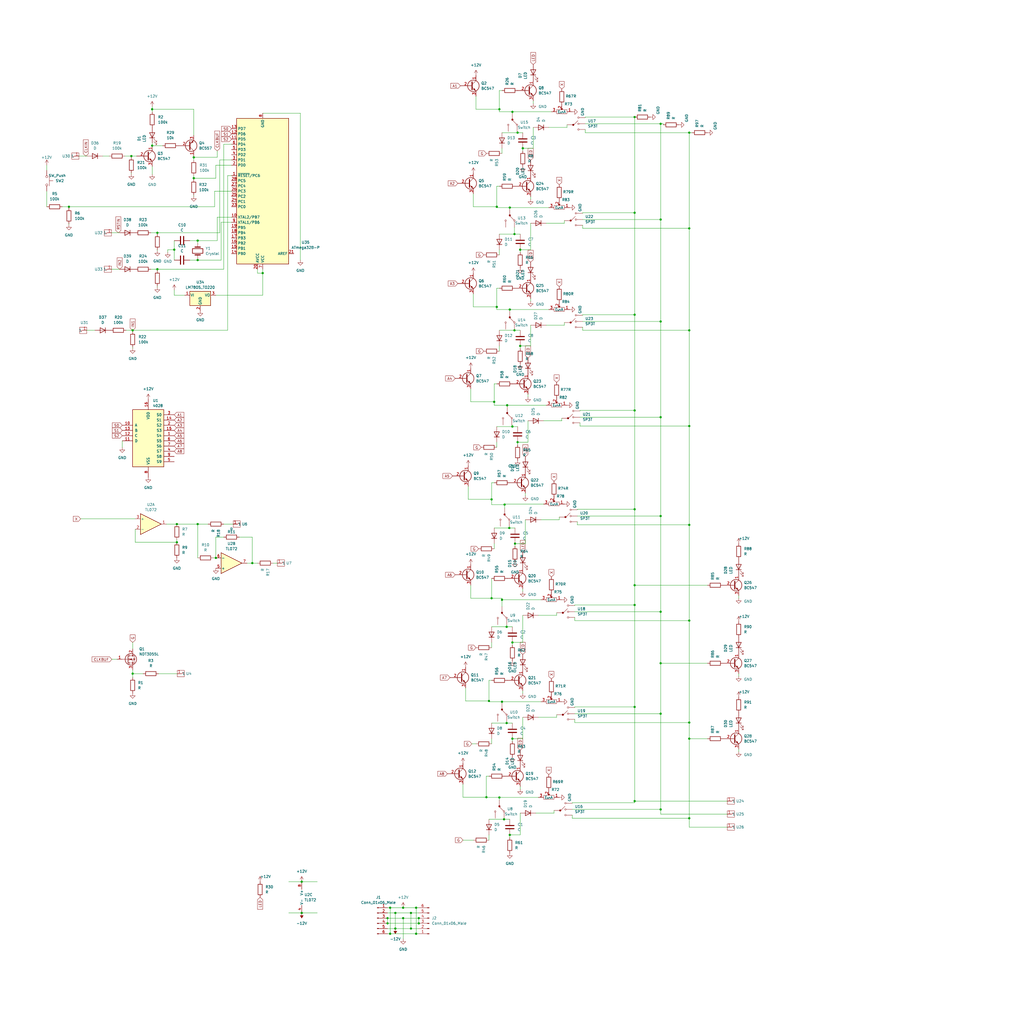
<source format=kicad_sch>
(kicad_sch (version 20230121) (generator eeschema)
  (paper "User" 499.999 499.999)
  (lib_symbols
    (symbol "4xxx:4028" (pin_names (offset 1.016))
      (property "Reference" "U" (at -7.62 13.97 0))
      (property "Value" "4028" (at -7.62 -16.51 0))
      (symbol "4028_1_0"
        (pin output line (at 12.7 0 180) (length 5.08) (name "S4") (number "1"))
        (pin input line (at -12.7 5.08 0) (length 5.08) (name "A") (number "10"))
        (pin input line (at -12.7 -2.54 0) (length 5.08) (name "D") (number "11"))
        (pin input line (at -12.7 0 0) (length 5.08) (name "C") (number "12"))
        (pin input line (at -12.7 2.54 0) (length 5.08) (name "B") (number "13"))
        (pin output line (at 12.7 7.62 180) (length 5.08) (name "S1") (number "14"))
        (pin output line (at 12.7 2.54 180) (length 5.08) (name "S3") (number "15"))
        (pin power_in line (at 0 17.78 270) (length 5.08) (name "VDD") (number "16"))
        (pin output line (at 12.7 5.08 180) (length 5.08) (name "S2") (number "2"))
        (pin output line (at 12.7 10.16 180) (length 5.08) (name "S0") (number "3"))
        (pin output line (at 12.7 -7.62 180) (length 5.08) (name "S7") (number "4"))
        (pin output line (at 12.7 -12.7 180) (length 5.08) (name "S9") (number "5"))
        (pin output line (at 12.7 -2.54 180) (length 5.08) (name "S5") (number "6"))
        (pin output line (at 12.7 -5.08 180) (length 5.08) (name "S6") (number "7"))
        (pin power_in line (at 0 -20.32 90) (length 5.08) (name "VSS") (number "8"))
        (pin output line (at 12.7 -10.16 180) (length 5.08) (name "S8") (number "9"))
      )
    )
    (symbol "Amplifier_Operational:TL072" (pin_names (offset 0.127))
      (property "Reference" "U" (at 0 5.08 0))
      (property "Value" "TL072" (at 0 -5.08 0))
      (symbol "TL072_1_1"
        (pin output line (at 7.62 0 180) (length 2.54) (name "~") (number "1"))
        (pin input line (at -7.62 -2.54 0) (length 2.54) (name "-") (number "2"))
        (pin input line (at -7.62 2.54 0) (length 2.54) (name "+") (number "3"))
      )
      (symbol "TL072_2_1"
        (pin input line (at -7.62 2.54 0) (length 2.54) (name "+") (number "5"))
        (pin input line (at -7.62 -2.54 0) (length 2.54) (name "-") (number "6"))
        (pin output line (at 7.62 0 180) (length 2.54) (name "~") (number "7"))
      )
      (symbol "TL072_3_1"
        (pin power_in line (at -2.54 -7.62 90) (length 3.81) (name "V-") (number "4"))
        (pin power_in line (at -2.54 7.62 270) (length 3.81) (name "V+") (number "8"))
      )
    )
    (symbol "Connector:Conn_01x06_Male" (pin_names (offset 1.016) hide)
      (property "Reference" "J" (at 0 7.62 0))
      (property "Value" "Conn_01x06_Male" (at 0 -10.16 0))
      (symbol "Conn_01x06_Male_1_1"
        (pin passive line (at 5.08 5.08 180) (length 3.81) (name "Pin_1") (number "1"))
        (pin passive line (at 5.08 2.54 180) (length 3.81) (name "Pin_2") (number "2"))
        (pin passive line (at 5.08 0 180) (length 3.81) (name "Pin_3") (number "3"))
        (pin passive line (at 5.08 -2.54 180) (length 3.81) (name "Pin_4") (number "4"))
        (pin passive line (at 5.08 -5.08 180) (length 3.81) (name "Pin_5") (number "5"))
        (pin passive line (at 5.08 -7.62 180) (length 3.81) (name "Pin_6") (number "6"))
      )
    )
    (symbol "Device:C" (pin_numbers hide) (pin_names (offset 0.254))
      (property "Reference" "C" (at 0.635 2.54 0))
      (property "Value" "C" (at 0.635 -2.54 0))
      (symbol "C_1_1"
        (pin passive line (at 0 3.81 270) (length 2.794) (name "~") (number "1"))
        (pin passive line (at 0 -3.81 90) (length 2.794) (name "~") (number "2"))
      )
    )
    (symbol "Device:Crystal" (pin_numbers hide) (pin_names (offset 1.016) hide)
      (property "Reference" "Y" (at 0 3.81 0))
      (property "Value" "Crystal" (at 0 -3.81 0))
      (symbol "Crystal_1_1"
        (pin passive line (at -3.81 0 0) (length 1.27) (name "1") (number "1"))
        (pin passive line (at 3.81 0 180) (length 1.27) (name "2") (number "2"))
      )
    )
    (symbol "Device:D" (pin_numbers hide) (pin_names (offset 1.016) hide)
      (property "Reference" "D" (at 0 2.54 0))
      (property "Value" "D" (at 0 -2.54 0))
      (symbol "D_1_1"
        (pin passive line (at -3.81 0 0) (length 2.54) (name "K") (number "1"))
        (pin passive line (at 3.81 0 180) (length 2.54) (name "A") (number "2"))
      )
    )
    (symbol "Device:LED" (pin_numbers hide) (pin_names (offset 1.016) hide)
      (property "Reference" "D" (at 0 2.54 0))
      (property "Value" "LED" (at 0 -2.54 0))
      (symbol "LED_1_1"
        (pin passive line (at -3.81 0 0) (length 2.54) (name "K") (number "1"))
        (pin passive line (at 3.81 0 180) (length 2.54) (name "A") (number "2"))
      )
    )
    (symbol "Device:R" (pin_numbers hide) (pin_names (offset 0))
      (property "Reference" "R" (at 2.032 0 90))
      (property "Value" "R" (at 0 0 90))
      (symbol "R_1_1"
        (pin passive line (at 0 3.81 270) (length 1.27) (name "~") (number "1"))
        (pin passive line (at 0 -3.81 90) (length 1.27) (name "~") (number "2"))
      )
    )
    (symbol "HEJ:AlpsPot"
      (property "Reference" "R" (at -6.35 2.54 0))
      (symbol "AlpsPot_1_1"
        (pin passive line (at -3.556 -3.81 90) (length 2.54) (name "A") (number "1"))
        (pin passive line (at 0 1.27 180) (length 2.54) (name "S") (number "2"))
        (pin passive line (at -3.556 6.35 270) (length 2.54) (name "E") (number "3"))
        (pin no_connect line (at -11.684 0 270) (length 2.54) hide (name "NC") (number "4"))
        (pin no_connect line (at -13.716 0 270) (length 2.54) hide (name "NC") (number "5"))
        (pin no_connect line (at -16.002 0 270) (length 2.54) hide (name "NC") (number "6"))
      )
    )
    (symbol "HEJ:Aux_flush"
      (property "Reference" "U" (at -0.0508 5.3848 0))
      (symbol "Aux_flush_1_1"
        (pin bidirectional line (at 1.7272 0 180) (length 2) (name "1") (number "1"))
      )
    )
    (symbol "HEJ:SP3T"
      (property "Reference" "U" (at 0 2.54 0))
      (property "Value" "SP3T" (at 0 0 0))
      (symbol "SP3T_1_1"
        (pin input line (at 6.35 -1.524 180) (length 2.54) hide (name "1") (number "1"))
        (pin input line (at -2.54 -5.08 0) (length 2.54) hide (name "2") (number "2"))
        (pin input line (at 6.35 -4.572 180) (length 2.54) hide (name "3") (number "3"))
        (pin input line (at 6.3489 -7.3476 180) (length 2.54) hide (name "4") (number "4"))
      )
    )
    (symbol "HEJ:Switch"
      (property "Reference" "U" (at 0 4.318 0))
      (property "Value" "Switch" (at 0 -6.096 0))
      (symbol "Switch_1_1"
        (pin input line (at 5.842 2.286 180) (length 2.54) hide (name "1") (number "1"))
        (pin input line (at -3.048 0 0) (length 2.54) hide (name "2") (number "2"))
        (pin input line (at 5.842 -2.032 180) (length 2.54) hide (name "3") (number "3"))
      )
    )
    (symbol "MCU_Microchip_ATmega:ATmega328-P"
      (property "Reference" "U" (at -12.7 36.83 0))
      (property "Value" "ATmega328-P" (at 2.54 -36.83 0))
      (symbol "ATmega328-P_1_1"
        (pin bidirectional line (at 15.24 -7.62 180) (length 2.54) (name "~{RESET}/PC6") (number "1"))
        (pin bidirectional line (at 15.24 12.7 180) (length 2.54) (name "XTAL2/PB7") (number "10"))
        (pin bidirectional line (at 15.24 -25.4 180) (length 2.54) (name "PD5") (number "11"))
        (pin bidirectional line (at 15.24 -27.94 180) (length 2.54) (name "PD6") (number "12"))
        (pin bidirectional line (at 15.24 -30.48 180) (length 2.54) (name "PD7") (number "13"))
        (pin bidirectional line (at 15.24 30.48 180) (length 2.54) (name "PB0") (number "14"))
        (pin bidirectional line (at 15.24 27.94 180) (length 2.54) (name "PB1") (number "15"))
        (pin bidirectional line (at 15.24 25.4 180) (length 2.54) (name "PB2") (number "16"))
        (pin bidirectional line (at 15.24 22.86 180) (length 2.54) (name "PB3") (number "17"))
        (pin bidirectional line (at 15.24 20.32 180) (length 2.54) (name "PB4") (number "18"))
        (pin bidirectional line (at 15.24 17.78 180) (length 2.54) (name "PB5") (number "19"))
        (pin bidirectional line (at 15.24 -12.7 180) (length 2.54) (name "PD0") (number "2"))
        (pin power_in line (at 2.54 38.1 270) (length 2.54) (name "AVCC") (number "20"))
        (pin passive line (at -15.24 30.48 0) (length 2.54) (name "AREF") (number "21"))
        (pin passive line (at 0 -38.1 90) (length 2.54) hide (name "GND") (number "22"))
        (pin bidirectional line (at 15.24 7.62 180) (length 2.54) (name "PC0") (number "23"))
        (pin bidirectional line (at 15.24 5.08 180) (length 2.54) (name "PC1") (number "24"))
        (pin bidirectional line (at 15.24 2.54 180) (length 2.54) (name "PC2") (number "25"))
        (pin bidirectional line (at 15.24 0 180) (length 2.54) (name "PC3") (number "26"))
        (pin bidirectional line (at 15.24 -2.54 180) (length 2.54) (name "PC4") (number "27"))
        (pin bidirectional line (at 15.24 -5.08 180) (length 2.54) (name "PC5") (number "28"))
        (pin bidirectional line (at 15.24 -15.24 180) (length 2.54) (name "PD1") (number "3"))
        (pin bidirectional line (at 15.24 -17.78 180) (length 2.54) (name "PD2") (number "4"))
        (pin bidirectional line (at 15.24 -20.32 180) (length 2.54) (name "PD3") (number "5"))
        (pin bidirectional line (at 15.24 -22.86 180) (length 2.54) (name "PD4") (number "6"))
        (pin power_in line (at 0 38.1 270) (length 2.54) (name "VCC") (number "7"))
        (pin power_in line (at 0 -38.1 90) (length 2.54) (name "GND") (number "8"))
        (pin bidirectional line (at 15.24 15.24 180) (length 2.54) (name "XTAL1/PB6") (number "9"))
      )
    )
    (symbol "Regulator_Linear:LM7805_TO220" (pin_names (offset 0.254))
      (property "Reference" "U" (at -3.81 3.175 0))
      (property "Value" "LM7805_TO220" (at 0 3.175 0))
      (symbol "LM7805_TO220_1_1"
        (pin power_in line (at -7.62 0 0) (length 2.54) (name "VI") (number "1"))
        (pin power_in line (at 0 -7.62 90) (length 2.54) (name "GND") (number "2"))
        (pin power_out line (at 7.62 0 180) (length 2.54) (name "VO") (number "3"))
      )
    )
    (symbol "Switch:SW_Push" (pin_numbers hide) (pin_names (offset 1.016) hide)
      (property "Reference" "SW" (at 1.27 2.54 0))
      (property "Value" "SW_Push" (at 0 -1.524 0))
      (symbol "SW_Push_0_1"
        (pin passive line (at -5.08 0 0) (length 2.54) (name "1") (number "1"))
        (pin passive line (at 5.08 0 180) (length 2.54) (name "2") (number "2"))
      )
    )
    (symbol "Transistor_BJT:BC547" (pin_names (offset 0) hide)
      (property "Reference" "Q" (at 5.08 1.905 0))
      (property "Value" "BC547" (at 5.08 0 0))
      (symbol "BC547_1_1"
        (pin passive line (at 2.54 5.08 270) (length 2.54) (name "C") (number "1"))
        (pin input line (at -5.08 0 0) (length 5.08) (name "B") (number "2"))
        (pin passive line (at 2.54 -5.08 90) (length 2.54) (name "E") (number "3"))
      )
    )
    (symbol "Transistor_BJT:BC557" (pin_names (offset 0) hide)
      (property "Reference" "Q" (at 5.08 1.905 0))
      (property "Value" "BC557" (at 5.08 0 0))
      (symbol "BC557_1_1"
        (pin passive line (at 2.54 5.08 270) (length 2.54) (name "C") (number "1"))
        (pin input line (at -5.08 0 0) (length 5.715) (name "B") (number "2"))
        (pin passive line (at 2.54 -5.08 90) (length 2.54) (name "E") (number "3"))
      )
    )
    (symbol "Transistor_FET:NDT3055L" (pin_names hide)
      (property "Reference" "Q" (at 5.08 1.905 0))
      (property "Value" "NDT3055L" (at 5.08 0 0))
      (symbol "NDT3055L_1_1"
        (pin input line (at -5.08 0 0) (length 2.54) (name "G") (number "1"))
        (pin passive line (at 2.54 5.08 270) (length 2.54) (name "D") (number "2"))
        (pin passive line (at 2.54 -5.08 90) (length 2.54) (name "S") (number "3"))
      )
    )
    (symbol "power:+12V" (power) (pin_names (offset 0))
      (property "Value" "+12V" (at 0 3.556 0))
      (symbol "+12V_1_1"
        (pin power_in line (at 0 0 90) (length 0) hide (name "+12V") (number "1"))
      )
    )
    (symbol "power:-12V" (power) (pin_names (offset 0))
      (property "Value" "-12V" (at 0 3.81 0))
      (symbol "-12V_0_0"
        (pin power_in line (at 0 0 90) (length 0) hide (name "-12V") (number "1"))
      )
    )
    (symbol "power:GND" (power) (pin_names (offset 0))
      (property "Value" "GND" (at 0 -3.81 0))
      (symbol "GND_1_1"
        (pin power_in line (at 0 0 270) (length 0) hide (name "GND") (number "1"))
      )
    )
  )
  (junction (at 64.77 161.29))
  (junction (at 74.295 53.34))
  (junction (at 322.58 203.708))
  (junction (at 250.19 360.68))
  (junction (at 94.615 86.995))
  (junction (at 196.85 443.23))
  (junction (at 309.88 295.402))
  (junction (at 336.55 360.68))
  (junction (at 322.58 323.85))
  (junction (at 322.58 395.224))
  (junction (at 74.295 71.12))
  (junction (at 204.47 448.31))
  (junction (at 251.206 114.3))
  (junction (at 203.2 443.23))
  (junction (at 85.09 121.92))
  (junction (at 189.23 450.85))
  (junction (at 252.73 64.77))
  (junction (at 251.206 161.29))
  (junction (at 309.88 248.666))
  (junction (at 250.19 313.69))
  (junction (at 322.58 60.452))
  (junction (at 190.5 455.93))
  (junction (at 76.835 113.665))
  (junction (at 309.88 153.67))
  (junction (at 322.58 107.188))
  (junction (at 64.77 328.93))
  (junction (at 309.88 345.186))
  (junction (at 336.55 399.542))
  (junction (at 96.52 117.475))
  (junction (at 240.03 292.1))
  (junction (at 33.655 100.965))
  (junction (at 251.46 265.43))
  (junction (at 128.27 133.35))
  (junction (at 245.11 342.646))
  (junction (at 248.92 151.13))
  (junction (at 241.3 196.215))
  (junction (at 203.2 455.93))
  (junction (at 242.57 149.86))
  (junction (at 248.92 101.346))
  (junction (at 86.36 255.905))
  (junction (at 336.55 111.506))
  (junction (at 76.835 131.445))
  (junction (at 96.52 127))
  (junction (at 250.19 54.61))
  (junction (at 105.41 272.415))
  (junction (at 322.58 298.704))
  (junction (at 243.84 53.34))
  (junction (at 255.27 72.39))
  (junction (at 309.88 285.75))
  (junction (at 240.03 243.84))
  (junction (at 247.65 197.866))
  (junction (at 336.55 256.286))
  (junction (at 96.52 255.905))
  (junction (at 248.92 407.67))
  (junction (at 322.58 156.972))
  (junction (at 237.49 389.255))
  (junction (at 193.04 453.39))
  (junction (at 309.88 57.15))
  (junction (at 309.88 391.16))
  (junction (at 309.88 103.886))
  (junction (at 204.47 450.85))
  (junction (at 193.04 445.77))
  (junction (at 254 168.91))
  (junction (at 336.55 208.026))
  (junction (at 309.88 200.406))
  (junction (at 246.38 246.38))
  (junction (at 322.58 251.968))
  (junction (at 247.396 306.07))
  (junction (at 336.55 161.29))
  (junction (at 190.5 443.23))
  (junction (at 200.66 445.77))
  (junction (at 64.135 76.2))
  (junction (at 248.666 257.81))
  (junction (at 336.55 352.806))
  (junction (at 246.126 400.05))
  (junction (at 123.19 274.955))
  (junction (at 147.32 430.53))
  (junction (at 196.85 448.31))
  (junction (at 147.32 445.77))
  (junction (at 189.23 448.31))
  (junction (at 252.73 215.9))
  (junction (at 94.615 76.835))
  (junction (at 245.11 292.862))
  (junction (at 242.57 100.965))
  (junction (at 86.36 264.795))
  (junction (at 336.55 64.77))
  (junction (at 238.76 342.265))
  (junction (at 247.396 353.06))
  (junction (at 322.58 348.488))
  (junction (at 254 121.92))
  (junction (at 243.84 389.382))
  (junction (at 250.19 208.28))
  (junction (at 336.55 303.022))
  (junction (at 200.66 453.39))
  (wire (pts (xy 229.87 292.1) (xy 240.03 292.1)))
  (wire (pts (xy 243.84 90.932) (xy 242.57 90.932)))
  (wire (pts (xy 322.58 60.452) (xy 322.58 107.188)))
  (wire (pts (xy 92.71 117.475) (xy 96.52 117.475)))
  (wire (pts (xy 46.355 161.29) (xy 42.3672 161.29)))
  (wire (pts (xy 189.23 448.31) (xy 189.23 450.85)))
  (wire (pts (xy 94.615 86.995) (xy 105.41 86.995)))
  (wire (pts (xy 196.85 443.23) (xy 203.2 443.23)))
  (wire (pts (xy 285.7489 64.77) (xy 285.7489 63.2276)))
  (wire (pts (xy 242.57 100.965) (xy 242.57 101.346)))
  (wire (pts (xy 283.21 200.406) (xy 283.21 200.66)))
  (wire (pts (xy 256.54 240.792) (xy 256.54 242.062)))
  (wire (pts (xy 241.3 235.712) (xy 240.03 235.712)))
  (wire (pts (xy 280.67 345.186) (xy 309.88 345.186)))
  (wire (pts (xy 255.27 72.39) (xy 260.35 72.39)))
  (wire (pts (xy 242.57 208.28) (xy 250.19 208.28)))
  (wire (pts (xy 254 168.91) (xy 259.08 168.91)))
  (wire (pts (xy 250.19 208.28) (xy 252.73 208.28)))
  (wire (pts (xy 147.32 445.77) (xy 154.94 445.77)))
  (wire (pts (xy 283.21 200.406) (xy 309.88 200.406)))
  (wire (pts (xy 251.206 114.3) (xy 254 114.3)))
  (wire (pts (xy 309.88 391.16) (xy 309.88 391.922)))
  (wire (pts (xy 336.55 303.022) (xy 336.55 352.806)))
  (wire (pts (xy 285.75 57.15) (xy 285.75 57.404)))
  (wire (pts (xy 248.92 151.13) (xy 248.92 151.892)))
  (wire (pts (xy 281.9389 256.286) (xy 281.9389 254.7436)))
  (wire (pts (xy 276.86 60.96) (xy 276.86 62.23)))
  (wire (pts (xy 190.5 443.23) (xy 190.5 455.93)))
  (wire (pts (xy 94.615 53.34) (xy 94.615 66.04)))
  (wire (pts (xy 243.84 44.196) (xy 243.84 53.34)))
  (wire (pts (xy 94.615 87.63) (xy 94.615 86.995)))
  (wire (pts (xy 203.2 443.23) (xy 203.2 455.93)))
  (wire (pts (xy 42.545 76.2) (xy 38.5572 76.2)))
  (wire (pts (xy 64.77 330.835) (xy 64.77 328.93)))
  (wire (pts (xy 240.03 353.06) (xy 247.396 353.06)))
  (wire (pts (xy 74.295 71.12) (xy 79.375 71.12)))
  (wire (pts (xy 243.84 140.716) (xy 242.57 140.716)))
  (wire (pts (xy 251.206 110.998) (xy 251.206 114.3)))
  (wire (pts (xy 264.16 253.746) (xy 273.05 253.746)))
  (wire (pts (xy 190.5 443.23) (xy 196.85 443.23)))
  (wire (pts (xy 248.92 101.346) (xy 267.97 101.346)))
  (wire (pts (xy 246.38 246.38) (xy 246.38 248.158)))
  (wire (pts (xy 76.835 131.445) (xy 76.835 132.08)))
  (wire (pts (xy 243.84 114.3) (xy 251.206 114.3)))
  (wire (pts (xy 190.5 455.93) (xy 203.2 455.93)))
  (wire (pts (xy 105.41 144.145) (xy 128.27 144.145)))
  (wire (pts (xy 189.23 455.93) (xy 190.5 455.93)))
  (wire (pts (xy 204.47 448.31) (xy 204.47 450.85)))
  (wire (pts (xy 248.666 257.048) (xy 248.666 257.81)))
  (wire (pts (xy 254 123.19) (xy 254 121.92)))
  (wire (pts (xy 336.55 256.286) (xy 336.55 303.022)))
  (wire (pts (xy 309.88 200.406) (xy 309.88 248.666)))
  (wire (pts (xy 66.04 258.445) (xy 66.04 264.795)))
  (wire (pts (xy 94.615 76.835) (xy 94.615 76.2)))
  (wire (pts (xy 226.06 382.905) (xy 226.06 389.255)))
  (wire (pts (xy 74.295 52.07) (xy 74.295 53.34)))
  (wire (pts (xy 109.22 70.485) (xy 109.22 131.445)))
  (wire (pts (xy 232.41 46.99) (xy 232.41 53.34)))
  (wire (pts (xy 322.58 395.224) (xy 322.58 397.51)))
  (wire (pts (xy 54.61 321.945) (xy 57.15 321.945)))
  (wire (pts (xy 281.94 248.666) (xy 281.94 248.92)))
  (wire (pts (xy 61.595 161.29) (xy 64.77 161.29)))
  (wire (pts (xy 322.58 251.968) (xy 322.58 298.704)))
  (wire (pts (xy 22.86 93.345) (xy 22.86 100.965)))
  (wire (pts (xy 105.41 272.415) (xy 105.41 262.255)))
  (wire (pts (xy 128.27 133.35) (xy 128.27 131.445)))
  (wire (pts (xy 283.2089 208.026) (xy 283.2089 206.4836)))
  (wire (pts (xy 247.65 197.866) (xy 247.65 198.628)))
  (wire (pts (xy 360.68 365.76) (xy 360.68 367.03)))
  (wire (pts (xy 322.58 203.708) (xy 322.58 251.968)))
  (wire (pts (xy 94.615 86.995) (xy 94.615 85.725)))
  (wire (pts (xy 248.92 151.13) (xy 267.97 151.13)))
  (wire (pts (xy 189.23 445.77) (xy 193.04 445.77)))
  (wire (pts (xy 133.35 274.955) (xy 135.4328 274.955)))
  (wire (pts (xy 254 170.18) (xy 254 168.91)))
  (wire (pts (xy 238.76 342.265) (xy 238.76 342.646)))
  (wire (pts (xy 86.36 255.905) (xy 96.52 255.905)))
  (wire (pts (xy 64.77 328.93) (xy 69.85 328.93)))
  (wire (pts (xy 322.58 298.704) (xy 322.58 323.85)))
  (wire (pts (xy 246.38 246.126) (xy 246.38 246.38)))
  (wire (pts (xy 281.94 248.666) (xy 309.88 248.666)))
  (wire (pts (xy 106.045 117.475) (xy 106.045 106.045)))
  (wire (pts (xy 243.84 389.382) (xy 262.89 389.382)))
  (wire (pts (xy 252.73 64.262) (xy 252.476 64.262)))
  (wire (pts (xy 189.23 443.23) (xy 190.5 443.23)))
  (wire (pts (xy 193.04 453.39) (xy 200.66 453.39)))
  (wire (pts (xy 251.206 161.29) (xy 251.206 160.782)))
  (wire (pts (xy 238.76 342.646) (xy 245.11 342.646)))
  (wire (pts (xy 284.4789 161.29) (xy 284.4789 159.7476)))
  (wire (pts (xy 255.27 337.312) (xy 255.27 338.582)))
  (wire (pts (xy 280.67 295.402) (xy 309.88 295.402)))
  (wire (pts (xy 240.03 306.07) (xy 247.396 306.07)))
  (wire (pts (xy 193.04 445.77) (xy 200.66 445.77)))
  (wire (pts (xy 229.87 285.75) (xy 229.87 292.1)))
  (wire (pts (xy 81.915 123.19) (xy 81.915 121.92)))
  (wire (pts (xy 123.19 274.955) (xy 120.65 274.955)))
  (wire (pts (xy 147.32 430.53) (xy 154.94 430.53)))
  (wire (pts (xy 309.88 391.16) (xy 355.1428 391.16)))
  (wire (pts (xy 74.295 53.34) (xy 74.295 54.61)))
  (wire (pts (xy 242.57 101.346) (xy 248.92 101.346)))
  (wire (pts (xy 284.4789 111.506) (xy 284.4789 109.9636)))
  (wire (pts (xy 228.6 243.84) (xy 240.03 243.84)))
  (wire (pts (xy 255.27 73.66) (xy 255.27 72.39)))
  (wire (pts (xy 245.11 342.646) (xy 245.11 343.408)))
  (wire (pts (xy 227.33 342.265) (xy 238.76 342.265)))
  (wire (pts (xy 64.135 76.2) (xy 64.135 76.835)))
  (wire (pts (xy 226.06 389.255) (xy 237.49 389.255)))
  (wire (pts (xy 243.84 161.29) (xy 251.206 161.29)))
  (wire (pts (xy 104.775 93.345) (xy 113.03 93.345)))
  (wire (pts (xy 336.55 161.29) (xy 336.55 208.026)))
  (wire (pts (xy 81.915 121.92) (xy 85.09 121.92)))
  (wire (pts (xy 245.11 292.862) (xy 245.11 296.164)))
  (wire (pts (xy 241.3 197.866) (xy 247.65 197.866)))
  (wire (pts (xy 77.47 328.93) (xy 86.5378 328.93)))
  (wire (pts (xy 76.835 113.665) (xy 76.835 114.3)))
  (wire (pts (xy 284.48 103.886) (xy 309.88 103.886)))
  (wire (pts (xy 260.35 72.39) (xy 260.35 62.23)))
  (wire (pts (xy 240.03 316.23) (xy 240.03 313.69)))
  (wire (pts (xy 247.396 305.054) (xy 247.396 306.07)))
  (wire (pts (xy 260.35 49.276) (xy 260.35 50.546)))
  (wire (pts (xy 58.42 113.665) (xy 54.4322 113.665)))
  (wire (pts (xy 360.68 328.93) (xy 360.68 330.2)))
  (wire (pts (xy 60.96 76.2) (xy 64.135 76.2)))
  (wire (pts (xy 245.11 292.862) (xy 264.16 292.862)))
  (wire (pts (xy 125.73 133.35) (xy 128.27 133.35)))
  (wire (pts (xy 309.88 153.67) (xy 309.88 200.406)))
  (wire (pts (xy 92.71 127) (xy 96.52 127)))
  (wire (pts (xy 227.33 335.915) (xy 227.33 342.265)))
  (wire (pts (xy 309.88 57.15) (xy 285.75 57.15)))
  (wire (pts (xy 241.3 196.215) (xy 241.3 197.866)))
  (wire (pts (xy 189.23 453.39) (xy 193.04 453.39)))
  (wire (pts (xy 336.55 403.86) (xy 355.1428 403.86)))
  (wire (pts (xy 280.67 298.704) (xy 322.58 298.704)))
  (wire (pts (xy 245.11 342.646) (xy 264.16 342.646)))
  (wire (pts (xy 86.36 263.525) (xy 86.36 264.795)))
  (wire (pts (xy 238.76 378.968) (xy 237.49 378.968)))
  (wire (pts (xy 242.57 140.716) (xy 242.57 149.86)))
  (wire (pts (xy 250.19 207.518) (xy 249.936 207.518)))
  (wire (pts (xy 241.3 187.452) (xy 241.3 196.215)))
  (wire (pts (xy 96.52 127) (xy 107.95 127)))
  (wire (pts (xy 275.59 157.48) (xy 275.59 158.75)))
  (wire (pts (xy 248.92 407.67) (xy 254 407.67)))
  (wire (pts (xy 246.38 246.126) (xy 265.43 246.126)))
  (wire (pts (xy 246.126 400.05) (xy 248.92 400.05)))
  (wire (pts (xy 94.615 95.25) (xy 94.615 95.758)))
  (wire (pts (xy 273.05 252.476) (xy 273.05 253.746)))
  (wire (pts (xy 271.78 348.996) (xy 271.78 350.266)))
  (wire (pts (xy 107.315 78.105) (xy 113.03 78.105)))
  (wire (pts (xy 237.49 389.382) (xy 243.84 389.382)))
  (wire (pts (xy 259.08 121.92) (xy 259.08 108.966)))
  (wire (pts (xy 309.88 285.75) (xy 309.88 295.402)))
  (wire (pts (xy 242.57 90.932) (xy 242.57 100.965)))
  (wire (pts (xy 231.14 100.965) (xy 242.57 100.965)))
  (wire (pts (xy 285.75 60.452) (xy 322.58 60.452)))
  (wire (pts (xy 240.03 235.712) (xy 240.03 243.84)))
  (wire (pts (xy 105.41 80.645) (xy 113.03 80.645)))
  (wire (pts (xy 85.09 141.605) (xy 85.09 144.145)))
  (wire (pts (xy 96.52 127) (xy 96.52 126.365)))
  (wire (pts (xy 322.58 156.972) (xy 322.58 203.708)))
  (wire (pts (xy 85.09 144.145) (xy 90.17 144.145)))
  (wire (pts (xy 283.2089 208.026) (xy 336.55 208.026)))
  (wire (pts (xy 279.3989 399.542) (xy 336.55 399.542)))
  (wire (pts (xy 243.84 124.46) (xy 243.84 121.92)))
  (wire (pts (xy 252.73 64.77) (xy 252.73 64.262)))
  (wire (pts (xy 232.41 53.34) (xy 243.84 53.34)))
  (wire (pts (xy 105.41 262.255) (xy 109.22 262.255)))
  (wire (pts (xy 232.41 363.22) (xy 230.378 363.22)))
  (wire (pts (xy 242.57 218.44) (xy 242.57 215.9)))
  (wire (pts (xy 241.3 267.97) (xy 241.3 265.43)))
  (wire (pts (xy 104.14 272.415) (xy 105.41 272.415)))
  (wire (pts (xy 30.48 100.965) (xy 33.655 100.965)))
  (wire (pts (xy 229.87 196.215) (xy 241.3 196.215)))
  (wire (pts (xy 113.03 85.725) (xy 111.125 85.725)))
  (wire (pts (xy 228.6 237.49) (xy 228.6 243.84)))
  (wire (pts (xy 254 407.67) (xy 254 397.002)))
  (wire (pts (xy 81.28 255.905) (xy 86.36 255.905)))
  (wire (pts (xy 322.58 323.85) (xy 345.44 323.85)))
  (wire (pts (xy 259.08 96.012) (xy 259.08 97.282)))
  (wire (pts (xy 147.32 445.77) (xy 140.97 445.77)))
  (wire (pts (xy 116.84 262.255) (xy 123.19 262.255)))
  (wire (pts (xy 106.045 106.045) (xy 113.03 106.045)))
  (wire (pts (xy 33.655 109.22) (xy 33.655 109.728)))
  (wire (pts (xy 336.55 360.68) (xy 345.44 360.68)))
  (wire (pts (xy 59.69 215.265) (xy 59.69 218.44)))
  (wire (pts (xy 336.55 403.86) (xy 336.55 399.542)))
  (wire (pts (xy 94.615 78.105) (xy 94.615 76.835)))
  (wire (pts (xy 262.89 350.266) (xy 271.78 350.266)))
  (wire (pts (xy 245.11 74.93) (xy 245.11 72.39)))
  (wire (pts (xy 281.9389 256.286) (xy 336.55 256.286)))
  (wire (pts (xy 284.4789 161.29) (xy 336.55 161.29)))
  (wire (pts (xy 251.206 161.29) (xy 254 161.29)))
  (wire (pts (xy 123.19 274.955) (xy 125.73 274.955)))
  (wire (pts (xy 200.66 445.77) (xy 200.66 453.39)))
  (wire (pts (xy 250.19 360.68) (xy 255.27 360.68)))
  (wire (pts (xy 309.88 103.886) (xy 309.88 153.67)))
  (wire (pts (xy 76.835 139.7) (xy 76.835 140.208)))
  (wire (pts (xy 336.55 208.026) (xy 336.55 256.286)))
  (wire (pts (xy 309.88 57.15) (xy 309.88 103.886)))
  (wire (pts (xy 66.04 264.795) (xy 86.36 264.795)))
  (wire (pts (xy 261.62 397.002) (xy 270.51 397.002)))
  (wire (pts (xy 284.48 153.67) (xy 284.48 153.924)))
  (wire (pts (xy 256.54 265.43) (xy 256.54 253.746)))
  (wire (pts (xy 96.52 117.475) (xy 96.52 118.745)))
  (wire (pts (xy 309.88 248.666) (xy 309.88 285.75)))
  (wire (pts (xy 336.55 352.806) (xy 336.55 360.68)))
  (wire (pts (xy 240.03 332.232) (xy 238.76 332.232)))
  (wire (pts (xy 281.94 251.968) (xy 322.58 251.968)))
  (wire (pts (xy 74.295 53.34) (xy 94.615 53.34)))
  (wire (pts (xy 280.6689 303.022) (xy 336.55 303.022)))
  (wire (pts (xy 270.51 395.732) (xy 270.51 397.002)))
  (wire (pts (xy 322.58 60.452) (xy 323.85 60.452)))
  (wire (pts (xy 113.03 108.585) (xy 107.95 108.585)))
  (wire (pts (xy 255.27 287.528) (xy 255.27 288.798)))
  (wire (pts (xy 243.84 171.45) (xy 243.84 168.91)))
  (wire (pts (xy 109.22 255.905) (xy 113.8428 255.905)))
  (wire (pts (xy 250.19 54.61) (xy 250.19 55.372)))
  (wire (pts (xy 243.84 53.34) (xy 243.84 54.61)))
  (wire (pts (xy 109.22 70.485) (xy 113.03 70.485)))
  (wire (pts (xy 240.03 292.1) (xy 245.11 292.1)))
  (wire (pts (xy 252.73 64.77) (xy 255.27 64.77)))
  (wire (pts (xy 237.49 378.968) (xy 237.49 389.255)))
  (wire (pts (xy 336.55 64.77) (xy 336.55 111.506)))
  (wire (pts (xy 64.77 313.69) (xy 64.77 316.865)))
  (wire (pts (xy 275.59 107.696) (xy 275.59 108.966)))
  (wire (pts (xy 245.11 44.196) (xy 243.84 44.196)))
  (wire (pts (xy 262.89 300.482) (xy 271.78 300.482)))
  (wire (pts (xy 107.95 108.585) (xy 107.95 127)))
  (wire (pts (xy 85.09 117.475) (xy 85.09 121.92)))
  (wire (pts (xy 231.14 149.86) (xy 242.57 149.86)))
  (wire (pts (xy 266.7 158.75) (xy 275.59 158.75)))
  (wire (pts (xy 242.57 149.86) (xy 242.57 151.13)))
  (wire (pts (xy 203.2 443.23) (xy 204.47 443.23)))
  (wire (pts (xy 284.4789 111.506) (xy 336.55 111.506)))
  (wire (pts (xy 250.19 208.28) (xy 250.19 207.518)))
  (wire (pts (xy 322.58 397.51) (xy 355.1428 397.51)))
  (wire (pts (xy 247.65 197.866) (xy 266.7 197.866)))
  (wire (pts (xy 106.045 76.835) (xy 94.615 76.835)))
  (wire (pts (xy 284.48 153.67) (xy 309.88 153.67)))
  (wire (pts (xy 274.32 204.216) (xy 274.32 205.486)))
  (wire (pts (xy 280.67 348.488) (xy 322.58 348.488)))
  (wire (pts (xy 96.52 117.475) (xy 106.045 117.475)))
  (wire (pts (xy 279.4 395.224) (xy 322.58 395.224)))
  (wire (pts (xy 280.6689 303.022) (xy 280.6689 301.4796)))
  (wire (pts (xy 39.37 253.365) (xy 66.04 253.365)))
  (wire (pts (xy 64.77 328.93) (xy 64.77 327.025)))
  (wire (pts (xy 336.55 111.506) (xy 336.55 161.29)))
  (wire (pts (xy 76.835 131.445) (xy 109.22 131.445)))
  (wire (pts (xy 189.23 448.31) (xy 196.85 448.31)))
  (wire (pts (xy 259.08 168.91) (xy 259.08 158.75)))
  (wire (pts (xy 279.3989 399.542) (xy 279.3989 397.9996)))
  (wire (pts (xy 240.03 246.38) (xy 240.03 243.84)))
  (wire (pts (xy 248.92 408.94) (xy 248.92 407.67)))
  (wire (pts (xy 64.77 169.545) (xy 64.77 170.053)))
  (wire (pts (xy 111.125 85.725) (xy 111.125 161.29)))
  (wire (pts (xy 247.396 353.06) (xy 250.19 353.06)))
  (wire (pts (xy 280.6689 352.806) (xy 280.6689 351.2636)))
  (wire (pts (xy 125.73 131.445) (xy 125.73 133.35)))
  (wire (pts (xy 104.775 100.965) (xy 104.775 93.345)))
  (wire (pts (xy 73.66 131.445) (xy 76.835 131.445)))
  (wire (pts (xy 255.27 313.69) (xy 255.27 300.482)))
  (wire (pts (xy 336.55 64.77) (xy 337.82 64.77)))
  (wire (pts (xy 146.685 55.245) (xy 128.27 55.245)))
  (wire (pts (xy 284.48 103.886) (xy 284.48 104.14)))
  (wire (pts (xy 322.58 323.85) (xy 322.58 348.488)))
  (wire (pts (xy 257.81 215.9) (xy 257.81 205.486)))
  (wire (pts (xy 200.66 445.77) (xy 204.47 445.77)))
  (wire (pts (xy 240.03 363.22) (xy 240.03 360.68)))
  (wire (pts (xy 279.4 391.922) (xy 309.88 391.922)))
  (wire (pts (xy 283.21 203.708) (xy 322.58 203.708)))
  (wire (pts (xy 257.81 192.532) (xy 257.81 193.802)))
  (wire (pts (xy 279.4 391.922) (xy 279.4 392.176)))
  (wire (pts (xy 255.27 360.68) (xy 255.27 350.266)))
  (wire (pts (xy 243.84 54.61) (xy 250.19 54.61)))
  (wire (pts (xy 254 121.92) (xy 259.08 121.92)))
  (wire (pts (xy 85.09 121.92) (xy 85.09 127)))
  (wire (pts (xy 106.045 73.66) (xy 106.045 76.835)))
  (wire (pts (xy 146.685 55.245) (xy 146.685 127)))
  (wire (pts (xy 240.03 282.448) (xy 240.03 292.1)))
  (wire (pts (xy 252.73 217.17) (xy 252.73 215.9)))
  (wire (pts (xy 246.38 246.38) (xy 240.03 246.38)))
  (wire (pts (xy 196.85 448.31) (xy 204.47 448.31)))
  (wire (pts (xy 33.655 100.965) (xy 104.775 100.965)))
  (wire (pts (xy 322.58 348.488) (xy 322.58 395.224)))
  (wire (pts (xy 226.06 410.21) (xy 231.14 410.21)))
  (wire (pts (xy 243.84 389.382) (xy 243.84 390.652)))
  (wire (pts (xy 250.19 314.96) (xy 250.19 313.69)))
  (wire (pts (xy 123.19 262.255) (xy 123.19 274.955)))
  (wire (pts (xy 248.92 101.346) (xy 248.92 102.108)))
  (wire (pts (xy 96.52 255.905) (xy 96.52 272.415)))
  (wire (pts (xy 252.73 215.9) (xy 257.81 215.9)))
  (wire (pts (xy 229.87 189.865) (xy 229.87 196.215)))
  (wire (pts (xy 50.165 76.2) (xy 53.34 76.2)))
  (wire (pts (xy 242.57 187.452) (xy 241.3 187.452)))
  (wire (pts (xy 284.48 156.972) (xy 322.58 156.972)))
  (wire (pts (xy 247.396 306.07) (xy 250.19 306.07)))
  (wire (pts (xy 266.7 108.966) (xy 275.59 108.966)))
  (wire (pts (xy 336.55 360.68) (xy 336.55 399.542)))
  (wire (pts (xy 250.19 361.95) (xy 250.19 360.68)))
  (wire (pts (xy 238.76 400.05) (xy 246.126 400.05)))
  (wire (pts (xy 58.42 131.445) (xy 54.4322 131.445)))
  (wire (pts (xy 309.88 295.402) (xy 309.88 345.186)))
  (wire (pts (xy 22.86 80.645) (xy 22.86 83.185)))
  (wire (pts (xy 251.46 265.43) (xy 256.54 265.43)))
  (wire (pts (xy 73.66 113.665) (xy 76.835 113.665)))
  (wire (pts (xy 284.48 107.188) (xy 322.58 107.188)))
  (wire (pts (xy 259.08 145.796) (xy 259.08 147.066)))
  (wire (pts (xy 64.77 161.29) (xy 111.125 161.29)))
  (wire (pts (xy 250.19 313.69) (xy 255.27 313.69)))
  (wire (pts (xy 203.2 455.93) (xy 204.47 455.93)))
  (wire (pts (xy 74.295 69.85) (xy 74.295 71.12)))
  (wire (pts (xy 189.23 450.85) (xy 204.47 450.85)))
  (wire (pts (xy 323.85 60.452) (xy 323.85 60.96)))
  (wire (pts (xy 309.88 285.75) (xy 345.44 285.75)))
  (wire (pts (xy 285.7489 64.77) (xy 336.55 64.77)))
  (wire (pts (xy 74.295 85.09) (xy 74.295 81.28)))
  (wire (pts (xy 33.655 100.965) (xy 33.655 101.6)))
  (wire (pts (xy 322.58 107.188) (xy 322.58 156.972)))
  (wire (pts (xy 196.85 448.31) (xy 196.85 458.47)))
  (wire (pts (xy 96.52 255.905) (xy 101.6 255.905)))
  (wire (pts (xy 251.46 266.7) (xy 251.46 265.43)))
  (wire (pts (xy 200.66 453.39) (xy 204.47 453.39)))
  (wire (pts (xy 231.14 143.51) (xy 231.14 149.86)))
  (wire (pts (xy 107.315 113.665) (xy 107.315 78.105)))
  (wire (pts (xy 254 384.048) (xy 254 385.318)))
  (wire (pts (xy 231.14 94.615) (xy 231.14 100.965)))
  (wire (pts (xy 245.11 64.77) (xy 252.73 64.77)))
  (wire (pts (xy 271.78 299.212) (xy 271.78 300.482)))
  (wire (pts (xy 241.3 257.81) (xy 248.666 257.81)))
  (wire (pts (xy 248.666 257.81) (xy 251.46 257.81)))
  (wire (pts (xy 246.126 400.05) (xy 246.126 399.542)))
  (wire (pts (xy 237.49 389.255) (xy 237.49 389.382)))
  (wire (pts (xy 242.57 151.13) (xy 248.92 151.13)))
  (wire (pts (xy 238.76 332.232) (xy 238.76 342.265)))
  (wire (pts (xy 105.41 86.995) (xy 105.41 80.645)))
  (wire (pts (xy 128.27 144.145) (xy 128.27 133.35)))
  (wire (pts (xy 140.97 430.53) (xy 147.32 430.53)))
  (wire (pts (xy 280.67 345.186) (xy 280.67 345.44)))
  (wire (pts (xy 360.68 290.83) (xy 360.68 292.1)))
  (wire (pts (xy 238.76 410.21) (xy 238.76 407.67)))
  (wire (pts (xy 309.88 345.186) (xy 309.88 391.16)))
  (wire (pts (xy 64.135 76.2) (xy 66.675 76.2)))
  (wire (pts (xy 193.04 445.77) (xy 193.04 453.39)))
  (wire (pts (xy 280.67 295.402) (xy 280.67 295.656)))
  (wire (pts (xy 76.835 113.665) (xy 107.315 113.665)))
  (wire (pts (xy 247.396 353.06) (xy 247.396 352.298)))
  (wire (pts (xy 280.6689 352.806) (xy 336.55 352.806)))
  (wire (pts (xy 76.835 121.92) (xy 76.835 122.428)))
  (wire (pts (xy 265.43 205.486) (xy 274.32 205.486)))
  (wire (pts (xy 245.11 292.1) (xy 245.11 292.862)))
  (wire (pts (xy 267.97 62.23) (xy 276.86 62.23)))
  (wire (pts (xy 250.19 54.61) (xy 269.24 54.61)))
  (wire (pts (xy 64.135 84.455) (xy 64.135 84.963)))
  (wire (pts (xy 64.77 161.29) (xy 64.77 161.925)))
  (global_label "A5" (shape input) (at 220.98 232.41 180) (property "Intersheetrefs" "${INTERSHEET_REFS}" (effects hide)))
  (global_label "S2" (shape input) (at 59.69 212.725 180) (property "Intersheetrefs" "${INTERSHEET_REFS}" (effects hide)))
  (global_label "LED" (shape input) (at 259.08 78.232 90) (property "Intersheetrefs" "${INTERSHEET_REFS}" (effects hide)))
  (global_label "X" (shape input) (at 39.37 253.365 180) (property "Intersheetrefs" "${INTERSHEET_REFS}" (effects hide)))
  (global_label "A2" (shape input) (at 85.09 205.105 0) (property "Intersheetrefs" "${INTERSHEET_REFS}" (effects hide)))
  (global_label "CLKIN" (shape input) (at 41.91 76.2 90) (property "Intersheetrefs" "${INTERSHEET_REFS}" (effects hide)))
  (global_label "A5" (shape input) (at 85.09 212.725 0) (property "Intersheetrefs" "${INTERSHEET_REFS}" (effects hide)))
  (global_label "X" (shape input) (at 274.32 43.434 90) (property "Intersheetrefs" "${INTERSHEET_REFS}" (effects hide)))
  (global_label "CLKBUF" (shape input) (at 54.61 321.945 180) (property "Intersheetrefs" "${INTERSHEET_REFS}" (effects hide)))
  (global_label "X" (shape input) (at 269.24 281.686 90) (property "Intersheetrefs" "${INTERSHEET_REFS}" (effects hide)))
  (global_label "X" (shape input) (at 270.51 234.95 90) (property "Intersheetrefs" "${INTERSHEET_REFS}" (effects hide)))
  (global_label "LED" (shape input) (at 259.08 128.016 90) (property "Intersheetrefs" "${INTERSHEET_REFS}" (effects hide)))
  (global_label "A4" (shape input) (at 85.09 210.185 0) (property "Intersheetrefs" "${INTERSHEET_REFS}" (effects hide)))
  (global_label "A4" (shape input) (at 222.25 184.785 180) (property "Intersheetrefs" "${INTERSHEET_REFS}" (effects hide)))
  (global_label "IN2" (shape input) (at 58.42 131.445 90) (property "Intersheetrefs" "${INTERSHEET_REFS}" (effects hide)))
  (global_label "S0" (shape input) (at 59.69 207.645 180) (property "Intersheetrefs" "${INTERSHEET_REFS}" (effects hide)))
  (global_label "A6" (shape input) (at 222.25 280.67 180) (property "Intersheetrefs" "${INTERSHEET_REFS}" (effects hide)))
  (global_label "A2" (shape input) (at 223.52 89.535 180) (property "Intersheetrefs" "${INTERSHEET_REFS}" (effects hide)))
  (global_label "A7" (shape input) (at 85.09 217.805 0) (property "Intersheetrefs" "${INTERSHEET_REFS}" (effects hide)))
  (global_label "X" (shape input) (at 269.24 331.47 90) (property "Intersheetrefs" "${INTERSHEET_REFS}" (effects hide)))
  (global_label "A8" (shape input) (at 85.09 220.345 0) (property "Intersheetrefs" "${INTERSHEET_REFS}" (effects hide)))
  (global_label "G" (shape input) (at 236.22 171.45 180) (property "Intersheetrefs" "${INTERSHEET_REFS}" (effects hide)))
  (global_label "A1" (shape input) (at 224.79 41.91 180) (property "Intersheetrefs" "${INTERSHEET_REFS}" (effects hide)))
  (global_label "RSTIN" (shape input) (at 57.785 113.665 90) (property "Intersheetrefs" "${INTERSHEET_REFS}" (effects hide)))
  (global_label "A7" (shape input) (at 219.71 330.835 180) (property "Intersheetrefs" "${INTERSHEET_REFS}" (effects hide)))
  (global_label "CLKBUF" (shape input) (at 106.045 73.66 90) (property "Intersheetrefs" "${INTERSHEET_REFS}" (effects hide)))
  (global_label "LED" (shape input) (at 257.81 174.752 90) (property "Intersheetrefs" "${INTERSHEET_REFS}" (effects hide)))
  (global_label "S2" (shape input) (at 113.03 67.945 180) (property "Intersheetrefs" "${INTERSHEET_REFS}" (effects hide)))
  (global_label "X" (shape input) (at 271.78 186.69 90) (property "Intersheetrefs" "${INTERSHEET_REFS}" (effects hide)))
  (global_label "G" (shape input) (at 234.95 218.44 180) (property "Intersheetrefs" "${INTERSHEET_REFS}" (effects hide)))
  (global_label "A8" (shape input) (at 218.44 377.825 180) (property "Intersheetrefs" "${INTERSHEET_REFS}" (effects hide)))
  (global_label "G" (shape input) (at 236.22 124.46 180) (property "Intersheetrefs" "${INTERSHEET_REFS}" (effects hide)))
  (global_label "G" (shape input) (at 237.49 74.93 180) (property "Intersheetrefs" "${INTERSHEET_REFS}" (effects hide)))
  (global_label "G" (shape input) (at 233.68 267.97 180) (property "Intersheetrefs" "${INTERSHEET_REFS}" (effects hide)))
  (global_label "S0" (shape input) (at 113.03 62.865 180) (property "Intersheetrefs" "${INTERSHEET_REFS}" (effects hide)))
  (global_label "LED" (shape input) (at 260.35 31.496 90) (property "Intersheetrefs" "${INTERSHEET_REFS}" (effects hide)))
  (global_label "G" (shape input) (at 232.41 316.23 180) (property "Intersheetrefs" "${INTERSHEET_REFS}" (effects hide)))
  (global_label "S1" (shape input) (at 59.69 210.185 180) (property "Intersheetrefs" "${INTERSHEET_REFS}" (effects hide)))
  (global_label "S1" (shape input) (at 113.03 65.405 180) (property "Intersheetrefs" "${INTERSHEET_REFS}" (effects hide)))
  (global_label "LED" (shape input) (at 127 438.15 270) (property "Intersheetrefs" "${INTERSHEET_REFS}" (effects hide)))
  (global_label "A3" (shape input) (at 85.09 207.645 0) (property "Intersheetrefs" "${INTERSHEET_REFS}" (effects hide)))
  (global_label "G" (shape input) (at 226.06 410.21 180) (property "Intersheetrefs" "${INTERSHEET_REFS}" (effects hide)))
  (global_label "IN1" (shape input) (at 64.77 161.29 90) (property "Intersheetrefs" "${INTERSHEET_REFS}" (effects hide)))
  (global_label "A6" (shape input) (at 85.09 215.265 0) (property "Intersheetrefs" "${INTERSHEET_REFS}" (effects hide)))
  (global_label "X" (shape input) (at 273.05 139.954 90) (property "Intersheetrefs" "${INTERSHEET_REFS}" (effects hide)))
  (global_label "G" (shape input) (at 64.77 313.69 90) (property "Intersheetrefs" "${INTERSHEET_REFS}" (effects hide)))
  (global_label "LED" (shape input) (at 255.27 319.532 90) (property "Intersheetrefs" "${INTERSHEET_REFS}" (effects hide)))
  (global_label "LED" (shape input) (at 255.27 269.748 90) (property "Intersheetrefs" "${INTERSHEET_REFS}" (effects hide)))
  (global_label "LED" (shape input) (at 254 366.268 90) (property "Intersheetrefs" "${INTERSHEET_REFS}" (effects hide)))
  (global_label "A3" (shape input) (at 223.52 138.43 180) (property "Intersheetrefs" "${INTERSHEET_REFS}" (effects hide)))
  (global_label "G" (shape input) (at 230.378 363.22 180) (property "Intersheetrefs" "${INTERSHEET_REFS}" (effects hide)))
  (global_label "X" (shape input) (at 267.97 378.206 90) (property "Intersheetrefs" "${INTERSHEET_REFS}" (effects hide)))
  (global_label "A1" (shape input) (at 85.09 202.565 0) (property "Intersheetrefs" "${INTERSHEET_REFS}" (effects hide)))
  (global_label "LED" (shape input) (at 256.54 223.012 90) (property "Intersheetrefs" "${INTERSHEET_REFS}" (effects hide)))
  (global_label "X" (shape input) (at 273.05 90.17 90) (property "Intersheetrefs" "${INTERSHEET_REFS}" (effects hide)))
  (symbol (lib_id "Device:R") (at 349.25 323.85 270) (unit 1)
    (property "Reference" "R86" (at 347.9799 321.31 0) (effects (justify right)))
    (property "Value" "R" (at 350.5199 321.31 0) (effects (justify right)))
    (property "Footprint" "Resistor_THT:R_Axial_DIN0207_L6.3mm_D2.5mm_P7.62mm_Horizontal" (effects hide))
  )
  (symbol (lib_id "power:+12V") (at 360.68 265.43 0) (unit 1)
    (property "Reference" "#PWR0176" (effects hide))
    (property "Value" "+12V" (at 360.68 262.89 0) (effects (justify left)))
  )
  (symbol (lib_id "power:GND") (at 250.19 369.57 0) (unit 1)
    (property "Reference" "#PWR0129" (effects hide))
    (property "Value" "GND" (at 250.19 374.65 0))
  )
  (symbol (lib_id "power:+12V") (at 228.6 227.33 0) (unit 1)
    (property "Reference" "#PWR019" (effects hide))
    (property "Value" "+12V" (at 228.6 222.25 0))
  )
  (symbol (lib_id "Transistor_FET:NDT3055L") (at 62.23 321.945 0) (unit 1)
    (property "Reference" "Q1" (at 67.945 316.865 0) (effects (justify left)))
    (property "Value" "NDT3055L" (at 67.945 319.405 0) (effects (justify left)))
    (property "Footprint" "Package_TO_SOT_THT:TO-92_Wide" (effects hide))
    (property "Datasheet" "https://www.onsemi.com/pdf/datasheet/ndt3055l-d.pdf" (effects hide))
  )
  (symbol (lib_id "Device:C") (at 251.46 261.62 180) (unit 1)
    (property "Reference" "C5" (at 255.27 260.3499 0) (effects (justify right)))
    (property "Value" "C" (at 255.27 262.8899 0) (effects (justify right)))
    (property "Footprint" "Capacitor_THT:C_Axial_L5.1mm_D3.1mm_P10.00mm_Horizontal" (effects hide))
  )
  (symbol (lib_id "power:+12V") (at 22.86 80.645 0) (unit 1)
    (property "Reference" "#PWR01" (effects hide))
    (property "Value" "+12V" (at 25.4 76.835 0) (effects (justify right)))
  )
  (symbol (lib_id "Device:D") (at 261.62 205.486 180) (unit 1)
    (property "Reference" "D25" (at 260.3499 202.946 90) (effects (justify right)))
    (property "Value" "D" (at 262.8899 202.946 90) (effects (justify right)))
    (property "Footprint" "Diode_THT:D_A-405_P7.62mm_Horizontal" (effects hide))
  )
  (symbol (lib_id "Device:R") (at 247.65 90.932 270) (unit 1)
    (property "Reference" "R59" (at 246.3799 88.392 0) (effects (justify right)))
    (property "Value" "R" (at 248.9199 88.392 0) (effects (justify right)))
    (property "Footprint" "Resistor_THT:R_Axial_DIN0207_L6.3mm_D2.5mm_P7.62mm_Horizontal" (effects hide))
  )
  (symbol (lib_id "HEJ:Switch") (at 250.19 58.42 270) (unit 1)
    (property "Reference" "U15" (at 254 59.69 90) (effects (justify left)))
    (property "Value" "Switch" (at 252.73 62.23 90) (effects (justify left)))
    (property "Footprint" "Library:Switch" (effects hide))
  )
  (symbol (lib_id "Device:R") (at 86.36 259.715 180) (unit 1)
    (property "Reference" "R7" (at 88.9 258.4449 0) (effects (justify right)))
    (property "Value" "R" (at 88.9 260.9849 0) (effects (justify right)))
    (property "Footprint" "Resistor_THT:R_Axial_DIN0207_L6.3mm_D2.5mm_P7.62mm_Horizontal" (effects hide))
  )
  (symbol (lib_id "Device:R") (at 241.3 74.93 90) (unit 1)
    (property "Reference" "R53" (at 242.57 77.47 0) (effects (justify right)))
    (property "Value" "R" (at 240.0301 77.47 0) (effects (justify right)))
    (property "Footprint" "Resistor_THT:R_Axial_DIN0207_L6.3mm_D2.5mm_P7.62mm_Horizontal" (effects hide))
  )
  (symbol (lib_id "Device:C") (at 250.19 356.87 180) (unit 1)
    (property "Reference" "C4" (at 254 355.5999 0) (effects (justify right)))
    (property "Value" "C" (at 254 358.1399 0) (effects (justify right)))
    (property "Footprint" "Capacitor_THT:C_Axial_L5.1mm_D3.1mm_P10.00mm_Horizontal" (effects hide))
  )
  (symbol (lib_id "Device:R") (at 252.73 220.98 180) (unit 1)
    (property "Reference" "R65" (at 255.27 219.71 0) (effects (justify right)))
    (property "Value" "R" (at 255.27 222.2499 0) (effects (justify right)))
    (property "Footprint" "Resistor_THT:R_Axial_DIN0207_L6.3mm_D2.5mm_P15.24mm_Horizontal" (effects hide))
  )
  (symbol (lib_id "power:+12V") (at 226.06 372.745 0) (unit 1)
    (property "Reference" "#PWR022" (effects hide))
    (property "Value" "+12V" (at 226.06 367.665 0))
  )
  (symbol (lib_id "power:GND") (at 255.27 81.28 0) (unit 1)
    (property "Reference" "#PWR0119" (effects hide))
    (property "Value" "GND" (at 255.27 86.36 0))
  )
  (symbol (lib_id "HEJ:Aux_flush") (at 52.705 113.665 0) (unit 1)
    (property "Reference" "U32" (at 50.165 113.6904 0) (effects (justify right)))
    (property "Value" "Aux_flush" (effects hide))
    (property "Footprint" "Library:aux_flush" (effects hide))
  )
  (symbol (lib_id "power:GND") (at 273.05 389.382 90) (unit 1)
    (property "Reference" "#PWR0130" (effects hide))
    (property "Value" "GND" (at 278.13 389.382 0))
  )
  (symbol (lib_id "Device:D") (at 242.57 212.09 90) (unit 1)
    (property "Reference" "D10" (at 245.11 210.8199 90) (effects (justify right)))
    (property "Value" "D" (at 245.11 213.3599 90) (effects (justify right)))
    (property "Footprint" "Diode_THT:D_A-405_P7.62mm_Horizontal" (effects hide))
  )
  (symbol (lib_id "power:GND") (at 252.73 224.79 0) (unit 1)
    (property "Reference" "#PWR0170" (effects hide))
    (property "Value" "GND" (at 250.19 227.584 0))
  )
  (symbol (lib_id "Regulator_Linear:LM7805_TO220") (at 97.79 144.145 0) (unit 1)
    (property "Reference" "U34" (at 97.79 137.795 0))
    (property "Value" "LM7805_TO220" (at 97.79 140.335 0))
    (property "Footprint" "Package_TO_SOT_THT:TO-220-3_Vertical" (effects hide))
    (property "Datasheet" "https://www.onsemi.cn/PowerSolutions/document/MC7800-D.PDF" (effects hide))
  )
  (symbol (lib_id "Transistor_BJT:BC547") (at 223.52 377.825 0) (unit 1)
    (property "Reference" "Q12" (at 228.6 376.5549 0) (effects (justify left)))
    (property "Value" "BC547" (at 228.6 379.0949 0) (effects (justify left)))
    (property "Footprint" "Package_TO_SOT_THT:TO-92_Inline_Wide" (effects hide))
    (property "Datasheet" "https://www.onsemi.com/pub/Collateral/BC550-D.pdf" (effects hide))
  )
  (symbol (lib_id "Device:R") (at 250.19 318.77 180) (unit 1)
    (property "Reference" "R62" (at 252.73 317.5 0) (effects (justify right)))
    (property "Value" "R" (at 252.73 320.0399 0) (effects (justify right)))
    (property "Footprint" "Resistor_THT:R_Axial_DIN0207_L6.3mm_D2.5mm_P10.16mm_Horizontal" (effects hide))
  )
  (symbol (lib_id "Device:R") (at 76.835 135.89 0) (mirror x) (unit 1)
    (property "Reference" "R28" (effects hide))
    (property "Value" "100k" (effects hide))
    (property "Footprint" "Resistor_THT:R_Axial_DIN0207_L6.3mm_D2.5mm_P7.62mm_Horizontal" (effects hide))
  )
  (symbol (lib_id "Device:C") (at 254 118.11 180) (unit 1)
    (property "Reference" "C7" (at 257.81 116.8399 0) (effects (justify right)))
    (property "Value" "C" (at 257.81 119.3799 0) (effects (justify right)))
    (property "Footprint" "Capacitor_THT:C_Axial_L5.1mm_D3.1mm_P10.00mm_Horizontal" (effects hide))
  )
  (symbol (lib_id "Transistor_BJT:BC547") (at 227.33 184.785 0) (unit 1)
    (property "Reference" "Q7" (at 232.41 183.5149 0) (effects (justify left)))
    (property "Value" "BC547" (at 232.41 186.0549 0) (effects (justify left)))
    (property "Footprint" "Package_TO_SOT_THT:TO-92_Inline_Wide" (effects hide))
    (property "Datasheet" "https://www.onsemi.com/pub/Collateral/BC550-D.pdf" (effects hide))
  )
  (symbol (lib_id "power:GND") (at 64.77 170.053 0) (unit 1)
    (property "Reference" "#PWR04" (effects hide))
    (property "Value" "GND" (at 64.77 175.133 0))
  )
  (symbol (lib_id "Device:LED") (at 259.08 82.042 90) (unit 1)
    (property "Reference" "D20" (at 252.73 83.6295 0))
    (property "Value" "LED" (at 255.27 83.6295 0))
    (property "Footprint" "LED_THT:LED_D5.0mm" (effects hide))
  )
  (symbol (lib_id "HEJ:AlpsPot") (at 274.32 97.79 90) (unit 1)
    (property "Reference" "R83" (at 274.32 97.536 90) (effects (justify right)))
    (property "Value" "AlpsPot" (effects hide))
    (property "Footprint" "pretties:AlpsPot" (effects hide))
  )
  (symbol (lib_id "Device:R") (at 267.97 382.016 0) (unit 1)
    (property "Reference" "R69" (at 271.78 381.762 0))
    (property "Value" "R" (at 274.32 381.762 0))
    (property "Footprint" "Resistor_THT:R_Axial_DIN0207_L6.3mm_D2.5mm_P7.62mm_Horizontal" (effects hide))
  )
  (symbol (lib_id "Transistor_BJT:BC547") (at 224.79 330.835 0) (unit 1)
    (property "Reference" "Q11" (at 229.87 329.5649 0) (effects (justify left)))
    (property "Value" "BC547" (at 229.87 332.1049 0) (effects (justify left)))
    (property "Footprint" "Package_TO_SOT_THT:TO-92_Inline_Wide" (effects hide))
    (property "Datasheet" "https://www.onsemi.com/pub/Collateral/BC550-D.pdf" (effects hide))
  )
  (symbol (lib_id "power:+12V") (at 360.68 303.53 0) (unit 1)
    (property "Reference" "#PWR0172" (effects hide))
    (property "Value" "+12V" (at 360.68 300.99 0) (effects (justify left)))
  )
  (symbol (lib_id "HEJ:AlpsPot") (at 275.59 51.054 90) (unit 1)
    (property "Reference" "R73" (at 275.59 50.8 90) (effects (justify right)))
    (property "Value" "AlpsPot" (effects hide))
    (property "Footprint" "pretties:AlpsPot" (effects hide))
  )
  (symbol (lib_id "Device:R") (at 269.24 335.28 0) (unit 1)
    (property "Reference" "R71" (at 273.05 335.026 0))
    (property "Value" "R" (at 275.59 335.026 0))
    (property "Footprint" "Resistor_THT:R_Axial_DIN0207_L6.3mm_D2.5mm_P7.62mm_Horizontal" (effects hide))
  )
  (symbol (lib_id "Amplifier_Operational:TL072") (at 144.78 438.15 0) (mirror y) (unit 3)
    (property "Reference" "U2" (at 148.59 436.88 0) (effects (justify right)))
    (property "Value" "TL072" (at 148.59 439.42 0) (effects (justify right)))
    (property "Footprint" "Package_DIP:DIP-8_W7.62mm_Socket" (effects hide))
    (property "Datasheet" "http://www.ti.com/lit/ds/symlink/tl071.pdf" (effects hide))
  )
  (symbol (lib_id "Transistor_BJT:BC547") (at 254 235.712 0) (unit 1)
    (property "Reference" "Q22" (at 259.08 234.4419 0) (effects (justify left)))
    (property "Value" "BC547" (at 259.08 236.9819 0) (effects (justify left)))
    (property "Footprint" "Package_TO_SOT_THT:TO-92_Inline_Wide" (effects hide))
    (property "Datasheet" "https://www.onsemi.com/pub/Collateral/BC550-D.pdf" (effects hide))
  )
  (symbol (lib_id "Device:R") (at 247.65 140.716 270) (unit 1)
    (property "Reference" "R60" (at 246.3799 138.176 0) (effects (justify right)))
    (property "Value" "R" (at 248.9199 138.176 0) (effects (justify right)))
    (property "Footprint" "Resistor_THT:R_Axial_DIN0207_L6.3mm_D2.5mm_P7.62mm_Horizontal" (effects hide))
  )
  (symbol (lib_id "HEJ:Aux_flush") (at 52.705 131.445 0) (unit 1)
    (property "Reference" "U33" (at 50.165 131.4704 0) (effects (justify right)))
    (property "Value" "Aux_flush" (effects hide))
    (property "Footprint" "Library:aux_flush" (effects hide))
  )
  (symbol (lib_id "HEJ:SP3T") (at 274.32 294.132 0) (unit 1)
    (property "Reference" "U18" (at 281.94 297.2977 0) (effects (justify left)))
    (property "Value" "SP3T" (at 281.94 299.8377 0) (effects (justify left)))
    (property "Footprint" "Library:SP3T" (effects hide))
  )
  (symbol (lib_id "power:GND") (at 360.68 367.03 0) (unit 1)
    (property "Reference" "#PWR0171" (effects hide))
    (property "Value" "GND" (at 363.22 368.554 0) (effects (justify left)))
  )
  (symbol (lib_id "Device:R") (at 360.68 269.24 180) (unit 1)
    (property "Reference" "R88" (at 363.22 267.9699 0) (effects (justify right)))
    (property "Value" "R" (at 363.22 270.5099 0) (effects (justify right)))
    (property "Footprint" "Resistor_THT:R_Axial_DIN0207_L6.3mm_D2.5mm_P7.62mm_Horizontal" (effects hide))
  )
  (symbol (lib_id "Device:R") (at 105.41 255.905 90) (unit 1)
    (property "Reference" "R18" (at 106.6801 258.445 0) (effects (justify right)))
    (property "Value" "R" (at 104.1401 258.445 0) (effects (justify right)))
    (property "Footprint" "Resistor_THT:R_Axial_DIN0207_L6.3mm_D2.5mm_P7.62mm_Horizontal" (effects hide))
  )
  (symbol (lib_id "Device:R") (at 273.05 93.98 0) (unit 1)
    (property "Reference" "R79" (at 276.86 93.726 0))
    (property "Value" "R" (at 279.4 93.726 0))
    (property "Footprint" "Resistor_THT:R_Axial_DIN0207_L6.3mm_D2.5mm_P7.62mm_Horizontal" (effects hide))
  )
  (symbol (lib_id "power:GND") (at 64.135 84.963 0) (unit 1)
    (property "Reference" "#PWR03" (effects hide))
    (property "Value" "GND" (at 64.135 90.043 0))
  )
  (symbol (lib_id "power:+12V") (at 147.32 430.53 0) (unit 1)
    (property "Reference" "#PWR0112" (effects hide))
    (property "Value" "+12V" (at 147.32 425.45 0))
  )
  (symbol (lib_id "power:+12V") (at 127 430.53 0) (unit 1)
    (property "Reference" "#PWR0101" (effects hide))
    (property "Value" "+12V" (at 127 427.99 0) (effects (justify left)))
  )
  (symbol (lib_id "Device:D") (at 238.76 403.86 90) (unit 1)
    (property "Reference" "D5" (at 241.3 402.5899 90) (effects (justify right)))
    (property "Value" "D" (at 241.3 405.1299 90) (effects (justify right)))
    (property "Footprint" "Diode_THT:D_A-405_P7.62mm_Horizontal" (effects hide))
  )
  (symbol (lib_id "Device:D") (at 264.16 62.23 180) (unit 1)
    (property "Reference" "D4" (at 262.8899 59.69 90) (effects (justify right)))
    (property "Value" "D" (at 265.4299 59.69 90) (effects (justify right)))
    (property "Footprint" "Diode_THT:D_A-405_P7.62mm_Horizontal" (effects hide))
  )
  (symbol (lib_id "HEJ:SP3T") (at 276.86 199.136 0) (unit 1)
    (property "Reference" "U21" (at 284.48 202.3017 0) (effects (justify left)))
    (property "Value" "SP3T" (at 284.48 204.8417 0) (effects (justify left)))
    (property "Footprint" "Library:SP3T" (effects hide))
  )
  (symbol (lib_id "HEJ:Switch") (at 246.38 251.206 270) (unit 1)
    (property "Reference" "U11" (at 250.19 252.476 90) (effects (justify left)))
    (property "Value" "Switch" (at 248.92 255.016 90) (effects (justify left)))
    (property "Footprint" "Library:Switch" (effects hide))
  )
  (symbol (lib_id "Device:D") (at 259.08 350.266 180) (unit 1)
    (property "Reference" "D23" (at 257.8099 347.726 90) (effects (justify right)))
    (property "Value" "D" (at 260.3499 347.726 90) (effects (justify right)))
    (property "Footprint" "Diode_THT:D_A-405_P7.62mm_Horizontal" (effects hide))
  )
  (symbol (lib_id "Transistor_BJT:BC547") (at 71.755 76.2 0) (unit 1)
    (property "Reference" "Q3" (at 76.835 74.93 0) (effects (justify left)))
    (property "Value" "BC547" (at 76.835 77.47 0) (effects (justify left)))
    (property "Footprint" "Package_TO_SOT_THT:TO-92L_Inline_Wide" (effects hide))
    (property "Datasheet" "https://www.onsemi.com/pub/Collateral/BC550-D.pdf" (effects hide))
  )
  (symbol (lib_id "power:GND") (at 360.68 292.1 0) (unit 1)
    (property "Reference" "#PWR0173" (effects hide))
    (property "Value" "GND" (at 363.22 293.624 0) (effects (justify left)))
  )
  (symbol (lib_id "Transistor_BJT:BC547") (at 256.54 140.716 0) (unit 1)
    (property "Reference" "Q25" (at 261.62 139.4459 0) (effects (justify left)))
    (property "Value" "BC547" (at 261.62 141.9859 0) (effects (justify left)))
    (property "Footprint" "Package_TO_SOT_THT:TO-92_Inline_Wide" (effects hide))
    (property "Datasheet" "https://www.onsemi.com/pub/Collateral/BC550-D.pdf" (effects hide))
  )
  (symbol (lib_id "Device:R") (at 237.49 267.97 90) (unit 1)
    (property "Reference" "R49" (at 238.76 270.51 0) (effects (justify right)))
    (property "Value" "R" (at 236.2201 270.51 0) (effects (justify right)))
    (property "Footprint" "Resistor_THT:R_Axial_DIN0207_L6.3mm_D2.5mm_P7.62mm_Horizontal" (effects hide))
  )
  (symbol (lib_id "Device:R") (at 26.67 100.965 270) (unit 1)
    (property "Reference" "R5" (at 26.67 94.615 90))
    (property "Value" "100k" (at 26.67 97.155 90))
    (property "Footprint" "Resistor_THT:R_Axial_DIN0207_L6.3mm_D2.5mm_P7.62mm_Horizontal" (effects hide))
  )
  (symbol (lib_id "Device:LED") (at 260.35 35.306 90) (unit 1)
    (property "Reference" "D7" (at 254 36.8935 0))
    (property "Value" "LED" (at 256.54 36.8935 0))
    (property "Footprint" "LED_THT:LED_D5.0mm" (effects hide))
  )
  (symbol (lib_id "HEJ:SP3T") (at 278.13 152.4 0) (unit 1)
    (property "Reference" "U23" (at 285.75 155.5657 0) (effects (justify left)))
    (property "Value" "SP3T" (at 285.75 158.1057 0) (effects (justify left)))
    (property "Footprint" "Library:SP3T" (effects hide))
  )
  (symbol (lib_id "Device:D") (at 243.84 165.1 90) (unit 1)
    (property "Reference" "D12" (at 246.38 163.8299 90) (effects (justify right)))
    (property "Value" "D" (at 246.38 166.3699 90) (effects (justify right)))
    (property "Footprint" "Diode_THT:D_A-405_P7.62mm_Horizontal" (effects hide))
  )
  (symbol (lib_id "HEJ:Aux_flush") (at 356.87 397.51 180) (unit 1)
    (property "Reference" "U25" (at 359.41 397.4845 0) (effects (justify right)))
    (property "Value" "Aux_flush" (effects hide))
    (property "Footprint" "Library:aux_flush" (effects hide))
  )
  (symbol (lib_id "power:GND") (at 97.79 151.765 0) (unit 1)
    (property "Reference" "#PWR012" (effects hide))
    (property "Value" "GND" (at 97.79 156.21 0))
  )
  (symbol (lib_id "Device:R") (at 127 434.34 180) (unit 1)
    (property "Reference" "R30" (at 129.54 433.0699 0) (effects (justify right)))
    (property "Value" "R" (at 129.54 435.6099 0) (effects (justify right)))
    (property "Footprint" "Resistor_THT:R_Axial_DIN0207_L6.3mm_D2.5mm_P7.62mm_Horizontal" (effects hide))
  )
  (symbol (lib_id "HEJ:Switch") (at 248.92 154.94 270) (unit 1)
    (property "Reference" "U14" (at 252.73 156.21 90) (effects (justify left)))
    (property "Value" "Switch" (at 251.46 158.75 90) (effects (justify left)))
    (property "Footprint" "Library:Switch" (effects hide))
  )
  (symbol (lib_id "power:+12V") (at 85.09 141.605 0) (unit 1)
    (property "Reference" "#PWR010" (effects hide))
    (property "Value" "+12V" (at 85.09 136.525 0))
  )
  (symbol (lib_id "power:+12V") (at 229.87 275.59 0) (unit 1)
    (property "Reference" "#PWR020" (effects hide))
    (property "Value" "+12V" (at 229.87 270.51 0))
  )
  (symbol (lib_id "power:GND") (at 274.32 292.862 90) (unit 1)
    (property "Reference" "#PWR0162" (effects hide))
    (property "Value" "GND" (at 279.4 292.862 0))
  )
  (symbol (lib_id "power:-12V") (at 147.32 445.77 180) (unit 1)
    (property "Reference" "#PWR0107" (effects hide))
    (property "Value" "-12V" (at 147.32 450.85 0))
  )
  (symbol (lib_id "Device:C") (at 248.92 403.86 180) (unit 1)
    (property "Reference" "C1" (at 252.73 402.5899 0) (effects (justify right)))
    (property "Value" "C" (at 252.73 405.1299 0) (effects (justify right)))
    (property "Footprint" "Capacitor_THT:C_Axial_L5.1mm_D3.1mm_P10.00mm_Horizontal" (effects hide))
  )
  (symbol (lib_id "Device:C") (at 252.73 212.09 180) (unit 1)
    (property "Reference" "C6" (at 256.54 210.8199 0) (effects (justify right)))
    (property "Value" "C" (at 256.54 213.3599 0) (effects (justify right)))
    (property "Footprint" "Capacitor_THT:C_Axial_L5.1mm_D3.1mm_P10.00mm_Horizontal" (effects hide))
  )
  (symbol (lib_id "Device:R") (at 273.05 143.764 0) (unit 1)
    (property "Reference" "R80" (at 276.86 143.51 0))
    (property "Value" "R" (at 279.4 143.51 0))
    (property "Footprint" "Resistor_THT:R_Axial_DIN0207_L6.3mm_D2.5mm_P7.62mm_Horizontal" (effects hide))
  )
  (symbol (lib_id "Amplifier_Operational:TL072") (at 113.03 274.955 0) (mirror x) (unit 2)
    (property "Reference" "U2" (at 113.03 265.43 0))
    (property "Value" "TL072" (at 113.03 267.97 0))
    (property "Footprint" "Package_DIP:DIP-8_W7.62mm_Socket" (effects hide))
    (property "Datasheet" "http://www.ti.com/lit/ds/symlink/tl071.pdf" (effects hide))
  )
  (symbol (lib_id "power:GND") (at 254 177.8 0) (unit 1)
    (property "Reference" "#PWR0150" (effects hide))
    (property "Value" "GND" (at 254 182.88 0))
  )
  (symbol (lib_id "Device:D") (at 262.89 108.966 180) (unit 1)
    (property "Reference" "D26" (at 261.6199 106.426 90) (effects (justify right)))
    (property "Value" "D" (at 264.1599 106.426 90) (effects (justify right)))
    (property "Footprint" "Diode_THT:D_A-405_P7.62mm_Horizontal" (effects hide))
  )
  (symbol (lib_id "Device:R") (at 243.84 332.232 270) (unit 1)
    (property "Reference" "R56" (at 242.5699 329.692 0) (effects (justify right)))
    (property "Value" "R" (at 245.1099 329.692 0) (effects (justify right)))
    (property "Footprint" "Resistor_THT:R_Axial_DIN0207_L6.3mm_D2.5mm_P7.62mm_Horizontal" (effects hide))
  )
  (symbol (lib_id "power:+12V") (at 196.85 443.23 0) (unit 1)
    (property "Reference" "#PWR0148" (effects hide))
    (property "Value" "+12V" (at 196.85 438.15 0))
  )
  (symbol (lib_id "power:GND") (at 254 130.81 0) (unit 1)
    (property "Reference" "#PWR0147" (effects hide))
    (property "Value" "GND" (at 254 135.89 0))
  )
  (symbol (lib_id "Device:R") (at 254 173.99 180) (unit 1)
    (property "Reference" "R68" (at 256.54 172.72 0) (effects (justify right)))
    (property "Value" "R" (at 256.54 175.2599 0) (effects (justify right)))
    (property "Footprint" "Resistor_THT:R_Axial_DIN0207_L6.3mm_D2.5mm_P10.16mm_Horizontal" (effects hide))
  )
  (symbol (lib_id "power:+12V") (at 360.68 340.36 0) (unit 1)
    (property "Reference" "#PWR0175" (effects hide))
    (property "Value" "+12V" (at 360.68 337.82 0) (effects (justify left)))
  )
  (symbol (lib_id "4xxx:4028") (at 72.39 212.725 0) (unit 1)
    (property "Reference" "U1" (at 74.5841 195.58 0) (effects (justify left)))
    (property "Value" "4028" (at 74.5841 198.12 0) (effects (justify left)))
    (property "Footprint" "Package_DIP:DIP-16_W7.62mm_Socket" (effects hide))
    (property "Datasheet" "http://www.intersil.com/content/dam/Intersil/documents/cd40/cd4028bms.pdf" (effects hide))
  )
  (symbol (lib_id "Switch:SW_Push") (at 22.86 88.265 270) (unit 1)
    (property "Reference" "SW2" (at 29.21 88.265 90))
    (property "Value" "SW_Push" (at 27.94 85.725 90))
    (property "Footprint" "Library:Push_Flush" (effects hide))
  )
  (symbol (lib_id "HEJ:Switch") (at 247.65 201.676 270) (unit 1)
    (property "Reference" "U12" (at 251.46 202.946 90) (effects (justify left)))
    (property "Value" "Switch" (at 250.19 205.486 90) (effects (justify left)))
    (property "Footprint" "Library:Switch" (effects hide))
  )
  (symbol (lib_id "power:GND") (at 317.5 57.15 90) (unit 1)
    (property "Reference" "#PWR0102" (effects hide))
    (property "Value" "GND" (at 321.31 55.88 0) (effects (justify left)))
  )
  (symbol (lib_id "Device:R") (at 248.92 44.196 270) (unit 1)
    (property "Reference" "R26" (at 247.6499 41.656 0) (effects (justify right)))
    (property "Value" "R" (at 250.1899 41.656 0) (effects (justify right)))
    (property "Footprint" "Resistor_THT:R_Axial_DIN0207_L6.3mm_D2.5mm_P7.62mm_Horizontal" (effects hide))
  )
  (symbol (lib_id "power:GND") (at 81.915 123.19 0) (unit 1)
    (property "Reference" "#PWR09" (effects hide))
    (property "Value" "GND" (at 81.915 127.635 0))
  )
  (symbol (lib_id "Device:R") (at 94.615 81.915 180) (unit 1)
    (property "Reference" "R31" (at 97.409 80.6449 0) (effects (justify right)))
    (property "Value" "100k" (at 97.409 83.1849 0) (effects (justify right)))
    (property "Footprint" "Resistor_THT:R_Axial_DIN0207_L6.3mm_D2.5mm_P7.62mm_Horizontal" (effects hide))
  )
  (symbol (lib_id "Device:R") (at 76.835 118.11 180) (unit 1)
    (property "Reference" "R27" (effects hide))
    (property "Value" "100k" (effects hide))
    (property "Footprint" "Resistor_THT:R_Axial_DIN0207_L6.3mm_D2.5mm_P7.62mm_Horizontal" (effects hide))
  )
  (symbol (lib_id "HEJ:Aux_flush") (at 88.265 328.93 180) (unit 1)
    (property "Reference" "U4" (at 90.805 328.9045 0) (effects (justify right)))
    (property "Value" "Aux_flush" (effects hide))
    (property "Footprint" "Library:aux_flush" (effects hide))
  )
  (symbol (lib_id "HEJ:AlpsPot") (at 270.51 289.306 90) (unit 1)
    (property "Reference" "R75" (at 270.51 289.052 90) (effects (justify right)))
    (property "Value" "AlpsPot" (effects hide))
    (property "Footprint" "pretties:AlpsPot" (effects hide))
  )
  (symbol (lib_id "Device:R") (at 100.33 272.415 270) (unit 1)
    (property "Reference" "R10" (at 100.33 266.065 90))
    (property "Value" "R" (at 100.33 268.605 90))
    (property "Footprint" "Resistor_THT:R_Axial_DIN0207_L6.3mm_D2.5mm_P7.62mm_Horizontal" (effects hide))
  )
  (symbol (lib_id "power:+12V") (at 74.295 52.07 0) (unit 1)
    (property "Reference" "#PWR05" (effects hide))
    (property "Value" "+12V" (at 74.295 46.99 0))
  )
  (symbol (lib_id "HEJ:Aux_flush") (at 137.16 274.955 180) (unit 1)
    (property "Reference" "U7" (at 139.7 274.9295 0) (effects (justify right)))
    (property "Value" "Aux_flush" (effects hide))
    (property "Footprint" "Library:aux_flush" (effects hide))
  )
  (symbol (lib_id "Device:D") (at 62.23 131.445 180) (unit 1)
    (property "Reference" "D39" (at 62.23 125.095 0))
    (property "Value" "D" (at 62.23 127.635 0))
    (property "Footprint" "Diode_THT:D_A-405_P7.62mm_Horizontal" (effects hide))
    (property "Sim.Device" "D" (effects hide))
    (property "Sim.Pins" "1=K 2=A" (effects hide))
  )
  (symbol (lib_id "Device:R") (at 69.85 131.445 270) (unit 1)
    (property "Reference" "R24" (at 69.85 125.095 90))
    (property "Value" "100k" (at 69.85 127.635 90))
    (property "Footprint" "Resistor_THT:R_Axial_DIN0207_L6.3mm_D2.5mm_P7.62mm_Horizontal" (effects hide))
  )
  (symbol (lib_id "power:GND") (at 279.4 54.61 90) (unit 1)
    (property "Reference" "#PWR0111" (effects hide))
    (property "Value" "GND" (at 284.48 54.61 0))
  )
  (symbol (lib_id "Device:C") (at 88.9 127 90) (unit 1)
    (property "Reference" "C11" (at 88.9 120.015 90))
    (property "Value" "C" (at 88.9 122.555 90))
    (property "Footprint" "Capacitor_THT:C_Rect_L7.0mm_W3.5mm_P5.00mm" (effects hide))
  )
  (symbol (lib_id "Device:R") (at 270.51 238.76 0) (unit 1)
    (property "Reference" "R74" (at 274.32 238.506 0))
    (property "Value" "R" (at 276.86 238.506 0))
    (property "Footprint" "Resistor_THT:R_Axial_DIN0207_L6.3mm_D2.5mm_P7.62mm_Horizontal" (effects hide))
  )
  (symbol (lib_id "Device:R") (at 248.92 412.75 180) (unit 1)
    (property "Reference" "R61" (at 251.46 411.48 0) (effects (justify right)))
    (property "Value" "R" (at 251.46 414.0199 0) (effects (justify right)))
    (property "Footprint" "Resistor_THT:R_Axial_DIN0207_L6.3mm_D2.5mm_P7.62mm_Horizontal" (effects hide))
  )
  (symbol (lib_id "power:+12V") (at 72.39 194.945 0) (unit 1)
    (property "Reference" "#PWR025" (effects hide))
    (property "Value" "+12V" (at 72.39 189.865 0))
  )
  (symbol (lib_id "HEJ:AlpsPot") (at 274.32 147.574 90) (unit 1)
    (property "Reference" "R84" (at 274.32 147.32 90) (effects (justify right)))
    (property "Value" "AlpsPot" (effects hide))
    (property "Footprint" "pretties:AlpsPot" (effects hide))
  )
  (symbol (lib_id "Transistor_BJT:BC547") (at 228.6 89.535 0) (unit 1)
    (property "Reference" "Q5" (at 233.68 88.2649 0) (effects (justify left)))
    (property "Value" "BC547" (at 233.68 90.8049 0) (effects (justify left)))
    (property "Footprint" "Package_TO_SOT_THT:TO-92_Inline_Wide" (effects hide))
    (property "Datasheet" "https://www.onsemi.com/pub/Collateral/BC550-D.pdf" (effects hide))
  )
  (symbol (lib_id "power:GND") (at 255.27 288.798 0) (unit 1)
    (property "Reference" "#PWR0166" (effects hide))
    (property "Value" "GND" (at 257.81 290.322 0) (effects (justify left)))
  )
  (symbol (lib_id "Device:D") (at 245.11 68.58 90) (unit 1)
    (property "Reference" "D13" (at 247.65 67.3099 90) (effects (justify right)))
    (property "Value" "D" (at 247.65 69.8499 90) (effects (justify right)))
    (property "Footprint" "Diode_THT:D_A-405_P7.62mm_Horizontal" (effects hide))
  )
  (symbol (lib_id "Device:D") (at 257.81 397.002 180) (unit 1)
    (property "Reference" "D19" (at 256.5399 394.462 90) (effects (justify right)))
    (property "Value" "D" (at 259.0799 394.462 90) (effects (justify right)))
    (property "Footprint" "Diode_THT:D_A-405_P7.62mm_Horizontal" (effects hide))
  )
  (symbol (lib_id "Device:LED") (at 360.68 314.96 90) (unit 1)
    (property "Reference" "D29" (at 354.33 316.5475 0))
    (property "Value" "LED" (at 356.87 316.5475 0))
    (property "Footprint" "LED_THT:LED_D5.0mm" (effects hide))
  )
  (symbol (lib_id "Device:R") (at 327.66 60.96 270) (unit 1)
    (property "Reference" "R89" (at 326.39 58.42 0) (effects (justify right)))
    (property "Value" "R" (at 328.9299 58.42 0) (effects (justify right)))
    (property "Footprint" "Resistor_THT:R_Axial_DIN0207_L6.3mm_D2.5mm_P7.62mm_Horizontal" (effects hide))
  )
  (symbol (lib_id "Device:R") (at 313.69 57.15 270) (unit 1)
    (property "Reference" "R81" (at 312.42 54.61 0) (effects (justify right)))
    (property "Value" "R" (at 314.9599 54.61 0) (effects (justify right)))
    (property "Footprint" "Resistor_THT:R_Axial_DIN0207_L6.3mm_D2.5mm_P7.62mm_Horizontal" (effects hide))
  )
  (symbol (lib_id "power:GND") (at 248.92 416.56 0) (unit 1)
    (property "Reference" "#PWR0127" (effects hide))
    (property "Value" "GND" (at 248.92 421.64 0))
  )
  (symbol (lib_id "Device:LED") (at 254 370.078 90) (unit 1)
    (property "Reference" "D14" (at 247.65 371.6655 0))
    (property "Value" "LED" (at 250.19 371.6655 0))
    (property "Footprint" "LED_THT:LED_D5.0mm" (effects hide))
  )
  (symbol (lib_id "Transistor_BJT:BC547") (at 252.73 332.232 0) (unit 1)
    (property "Reference" "Q21" (at 257.81 330.9619 0) (effects (justify left)))
    (property "Value" "BC547" (at 257.81 333.5019 0) (effects (justify left)))
    (property "Footprint" "Package_TO_SOT_THT:TO-92_Inline_Wide" (effects hide))
    (property "Datasheet" "https://www.onsemi.com/pub/Collateral/BC550-D.pdf" (effects hide))
  )
  (symbol (lib_id "power:GND") (at 254 385.318 0) (unit 1)
    (property "Reference" "#PWR0128" (effects hide))
    (property "Value" "GND" (at 256.54 386.842 0) (effects (justify left)))
  )
  (symbol (lib_id "HEJ:AlpsPot") (at 270.51 339.09 90) (unit 1)
    (property "Reference" "R76" (at 270.51 338.836 90) (effects (justify right)))
    (property "Value" "AlpsPot" (effects hide))
    (property "Footprint" "pretties:AlpsPot" (effects hide))
  )
  (symbol (lib_id "power:GND") (at 278.13 151.13 90) (unit 1)
    (property "Reference" "#PWR0154" (effects hide))
    (property "Value" "GND" (at 283.21 151.13 0))
  )
  (symbol (lib_id "Device:D") (at 240.03 356.87 90) (unit 1)
    (property "Reference" "D8" (at 242.57 355.5999 90) (effects (justify right)))
    (property "Value" "D" (at 242.57 358.1399 90) (effects (justify right)))
    (property "Footprint" "Diode_THT:D_A-405_P7.62mm_Horizontal" (effects hide))
  )
  (symbol (lib_id "Device:R") (at 69.85 113.665 270) (unit 1)
    (property "Reference" "R23" (at 69.85 107.315 90))
    (property "Value" "100k" (at 69.85 109.855 90))
    (property "Footprint" "Resistor_THT:R_Axial_DIN0207_L6.3mm_D2.5mm_P7.62mm_Horizontal" (effects hide))
  )
  (symbol (lib_id "Device:D") (at 241.3 261.62 90) (unit 1)
    (property "Reference" "D9" (at 243.84 260.3499 90) (effects (justify right)))
    (property "Value" "D" (at 243.84 262.8899 90) (effects (justify right)))
    (property "Footprint" "Diode_THT:D_A-405_P7.62mm_Horizontal" (effects hide))
  )
  (symbol (lib_id "Device:D") (at 46.355 76.2 180) (unit 1)
    (property "Reference" "D36" (at 46.355 69.85 0))
    (property "Value" "D" (at 46.355 72.39 0))
    (property "Footprint" "Diode_THT:D_A-405_P7.62mm_Horizontal" (effects hide))
    (property "Sim.Device" "D" (effects hide))
    (property "Sim.Pins" "1=K 2=A" (effects hide))
  )
  (symbol (lib_id "power:GND") (at 275.59 246.126 90) (unit 1)
    (property "Reference" "#PWR0161" (effects hide))
    (property "Value" "GND" (at 280.67 246.126 0))
  )
  (symbol (lib_id "power:GND") (at 72.39 233.045 0) (unit 1)
    (property "Reference" "#PWR02" (effects hide))
    (property "Value" "GND" (at 72.39 238.125 0))
  )
  (symbol (lib_id "power:-12V") (at 193.04 453.39 180) (unit 1)
    (property "Reference" "#PWR0144" (effects hide))
    (property "Value" "-12V" (at 193.04 458.47 0))
  )
  (symbol (lib_id "power:GND") (at 94.615 95.758 0) (unit 1)
    (property "Reference" "#PWR011" (effects hide))
    (property "Value" "GND" (at 94.615 100.838 0))
  )
  (symbol (lib_id "HEJ:Switch") (at 245.11 346.456 270) (unit 1)
    (property "Reference" "U10" (at 248.92 347.726 90) (effects (justify left)))
    (property "Value" "Switch" (at 247.65 350.266 90) (effects (justify left)))
    (property "Footprint" "Library:Switch" (effects hide))
  )
  (symbol (lib_id "power:GND") (at 251.46 274.32 0) (unit 1)
    (property "Reference" "#PWR0163" (effects hide))
    (property "Value" "GND" (at 251.46 279.4 0))
  )
  (symbol (lib_id "HEJ:Aux_flush") (at 356.87 391.16 180) (unit 1)
    (property "Reference" "U24" (at 359.41 391.1345 0) (effects (justify right)))
    (property "Value" "Aux_flush" (effects hide))
    (property "Footprint" "Library:aux_flush" (effects hide))
  )
  (symbol (lib_id "power:GND") (at 274.32 342.646 90) (unit 1)
    (property "Reference" "#PWR0121" (effects hide))
    (property "Value" "GND" (at 279.4 342.646 0))
  )
  (symbol (lib_id "Device:C") (at 254 165.1 180) (unit 1)
    (property "Reference" "C8" (at 257.81 163.8299 0) (effects (justify right)))
    (property "Value" "C" (at 257.81 166.3699 0) (effects (justify right)))
    (property "Footprint" "Capacitor_THT:C_Axial_L5.1mm_D3.1mm_P10.00mm_Horizontal" (effects hide))
  )
  (symbol (lib_id "HEJ:Aux_flush") (at 36.83 76.2 0) (unit 1)
    (property "Reference" "U30" (at 34.29 76.2254 0) (effects (justify right)))
    (property "Value" "Aux_flush" (effects hide))
    (property "Footprint" "Library:aux_flush" (effects hide))
  )
  (symbol (lib_id "HEJ:Switch") (at 248.92 105.156 270) (unit 1)
    (property "Reference" "U13" (at 252.73 106.426 90) (effects (justify left)))
    (property "Value" "Switch" (at 251.46 108.966 90) (effects (justify left)))
    (property "Footprint" "Library:Switch" (effects hide))
  )
  (symbol (lib_id "Device:D") (at 62.23 113.665 180) (unit 1)
    (property "Reference" "D38" (at 62.23 107.315 0))
    (property "Value" "D" (at 62.23 109.855 0))
    (property "Footprint" "Diode_THT:D_A-405_P7.62mm_Horizontal" (effects hide))
    (property "Sim.Device" "D" (effects hide))
    (property "Sim.Pins" "1=K 2=A" (effects hide))
  )
  (symbol (lib_id "power:GND") (at 256.54 242.062 0) (unit 1)
    (property "Reference" "#PWR0165" (effects hide))
    (property "Value" "GND" (at 259.08 243.586 0) (effects (justify left)))
  )
  (symbol (lib_id "Device:R") (at 57.785 161.29 270) (unit 1)
    (property "Reference" "R20" (at 57.785 154.94 90))
    (property "Value" "100k" (at 57.785 157.48 90))
    (property "Footprint" "Resistor_THT:R_Axial_DIN0207_L6.3mm_D2.5mm_P7.62mm_Horizontal" (effects hide))
  )
  (symbol (lib_id "power:+12V") (at 227.33 325.755 0) (unit 1)
    (property "Reference" "#PWR021" (effects hide))
    (property "Value" "+12V" (at 227.33 320.675 0))
  )
  (symbol (lib_id "Device:R") (at 245.11 235.712 270) (unit 1)
    (property "Reference" "R57" (at 243.8399 233.172 0) (effects (justify right)))
    (property "Value" "R" (at 246.3799 233.172 0) (effects (justify right)))
    (property "Footprint" "Resistor_THT:R_Axial_DIN0207_L6.3mm_D2.5mm_P7.62mm_Horizontal" (effects hide))
  )
  (symbol (lib_id "HEJ:AlpsPot") (at 271.78 242.57 90) (unit 1)
    (property "Reference" "R78" (at 271.78 242.316 90) (effects (justify right)))
    (property "Value" "AlpsPot" (effects hide))
    (property "Footprint" "pretties:AlpsPot" (effects hide))
  )
  (symbol (lib_id "Device:R") (at 129.54 274.955 90) (unit 1)
    (property "Reference" "R17" (at 130.8101 277.495 0) (effects (justify right)))
    (property "Value" "R" (at 128.2701 277.495 0) (effects (justify right)))
    (property "Footprint" "Resistor_THT:R_Axial_DIN0207_L6.3mm_D2.5mm_P7.62mm_Horizontal" (effects hide))
  )
  (symbol (lib_id "Transistor_BJT:BC547") (at 256.54 90.932 0) (unit 1)
    (property "Reference" "Q24" (at 261.62 89.6619 0) (effects (justify left)))
    (property "Value" "BC547" (at 261.62 92.2019 0) (effects (justify left)))
    (property "Footprint" "Package_TO_SOT_THT:TO-92_Inline_Wide" (effects hide))
    (property "Datasheet" "https://www.onsemi.com/pub/Collateral/BC550-D.pdf" (effects hide))
  )
  (symbol (lib_id "Transistor_BJT:BC547") (at 229.87 41.91 0) (unit 1)
    (property "Reference" "Q2" (at 234.95 40.6399 0) (effects (justify left)))
    (property "Value" "BC547" (at 234.95 43.1799 0) (effects (justify left)))
    (property "Footprint" "Package_TO_SOT_THT:TO-92_Inline_Wide" (effects hide))
    (property "Datasheet" "https://www.onsemi.com/pub/Collateral/BC550-D.pdf" (effects hide))
  )
  (symbol (lib_id "HEJ:SP3T") (at 278.13 102.616 0) (unit 1)
    (property "Reference" "U22" (at 285.75 105.7817 0) (effects (justify left)))
    (property "Value" "SP3T" (at 285.75 108.3217 0) (effects (justify left)))
    (property "Footprint" "Library:SP3T" (effects hide))
  )
  (symbol (lib_id "Device:D") (at 262.89 158.75 180) (unit 1)
    (property "Reference" "D27" (at 261.6199 156.21 90) (effects (justify right)))
    (property "Value" "D" (at 264.1599 156.21 90) (effects (justify right)))
    (property "Footprint" "Diode_THT:D_A-405_P7.62mm_Horizontal" (effects hide))
  )
  (symbol (lib_id "Device:R") (at 74.295 58.42 180) (unit 1)
    (property "Reference" "R2" (at 77.089 57.1499 0) (effects (justify right)))
    (property "Value" "100k" (at 77.089 59.6899 0) (effects (justify right)))
    (property "Footprint" "Resistor_THT:R_Axial_DIN0207_L6.3mm_D2.5mm_P7.62mm_Horizontal" (effects hide))
  )
  (symbol (lib_id "Device:R") (at 251.46 270.51 180) (unit 1)
    (property "Reference" "R64" (at 254 269.24 0) (effects (justify right)))
    (property "Value" "R" (at 254 271.7799 0) (effects (justify right)))
    (property "Footprint" "Resistor_THT:R_Axial_DIN0207_L6.3mm_D2.5mm_P15.24mm_Horizontal" (effects hide))
  )
  (symbol (lib_id "Device:LED") (at 360.68 276.86 90) (unit 1)
    (property "Reference" "D28" (at 354.33 278.4475 0))
    (property "Value" "LED" (at 356.87 278.4475 0))
    (property "Footprint" "LED_THT:LED_D5.0mm" (effects hide))
  )
  (symbol (lib_id "Transistor_BJT:BC547") (at 358.14 323.85 0) (unit 1)
    (property "Reference" "Q27" (at 363.22 322.5799 0) (effects (justify left)))
    (property "Value" "BC547" (at 363.22 325.1199 0) (effects (justify left)))
    (property "Footprint" "Package_TO_SOT_THT:TO-92_Inline_Wide" (effects hide))
    (property "Datasheet" "https://www.onsemi.com/pub/Collateral/BC550-D.pdf" (effects hide))
  )
  (symbol (lib_id "HEJ:SP3T") (at 279.4 55.88 0) (unit 1)
    (property "Reference" "U17" (at 287.02 59.0457 0) (effects (justify left)))
    (property "Value" "SP3T" (at 287.02 61.5857 0) (effects (justify left)))
    (property "Footprint" "Library:SP3T" (effects hide))
  )
  (symbol (lib_id "power:+12V") (at 232.41 36.83 0) (unit 1)
    (property "Reference" "#PWR015" (effects hide))
    (property "Value" "+12V" (at 232.41 31.75 0))
  )
  (symbol (lib_id "power:GND") (at 278.13 101.346 90) (unit 1)
    (property "Reference" "#PWR0153" (effects hide))
    (property "Value" "GND" (at 283.21 101.346 0))
  )
  (symbol (lib_id "Device:LED") (at 257.81 178.562 90) (unit 1)
    (property "Reference" "D18" (at 251.46 180.1495 0))
    (property "Value" "LED" (at 254 180.1495 0))
    (property "Footprint" "LED_THT:LED_D5.0mm" (effects hide))
  )
  (symbol (lib_id "Device:LED") (at 74.295 66.04 90) (unit 1)
    (property "Reference" "D1" (at 67.945 67.6275 0))
    (property "Value" "LED" (at 70.485 67.6275 0))
    (property "Footprint" "LED_THT:LED_D5.0mm" (effects hide))
  )
  (symbol (lib_id "power:GND") (at 86.36 272.415 0) (unit 1)
    (property "Reference" "#PWR0134" (effects hide))
    (property "Value" "GND" (at 86.36 277.495 0))
  )
  (symbol (lib_id "Transistor_BJT:BC547") (at 252.73 282.448 0) (unit 1)
    (property "Reference" "Q20" (at 257.81 281.1779 0) (effects (justify left)))
    (property "Value" "BC547" (at 257.81 283.7179 0) (effects (justify left)))
    (property "Footprint" "Package_TO_SOT_THT:TO-92_Inline_Wide" (effects hide))
    (property "Datasheet" "https://www.onsemi.com/pub/Collateral/BC550-D.pdf" (effects hide))
  )
  (symbol (lib_id "Amplifier_Operational:TL072") (at 73.66 255.905 0) (unit 1)
    (property "Reference" "U2" (at 73.66 246.38 0))
    (property "Value" "TL072" (at 73.66 248.92 0))
    (property "Footprint" "Package_DIP:DIP-8_W7.62mm_Socket" (effects hide))
    (property "Datasheet" "http://www.ti.com/lit/ds/symlink/tl071.pdf" (effects hide))
  )
  (symbol (lib_id "Device:R") (at 64.77 334.645 180) (unit 1)
    (property "Reference" "R1" (at 67.31 333.3749 0) (effects (justify right)))
    (property "Value" "R" (at 67.31 335.9149 0) (effects (justify right)))
    (property "Footprint" "Resistor_THT:R_Axial_DIN0207_L6.3mm_D2.5mm_P7.62mm_Horizontal" (effects hide))
  )
  (symbol (lib_id "Device:R") (at 238.76 218.44 90) (unit 1)
    (property "Reference" "R50" (at 240.03 220.98 0) (effects (justify right)))
    (property "Value" "R" (at 237.4901 220.98 0) (effects (justify right)))
    (property "Footprint" "Resistor_THT:R_Axial_DIN0207_L6.3mm_D2.5mm_P7.62mm_Horizontal" (effects hide))
  )
  (symbol (lib_id "Device:R") (at 255.27 77.47 180) (unit 1)
    (property "Reference" "R8" (at 257.81 76.2 0) (effects (justify right)))
    (property "Value" "R" (at 257.81 78.7399 0) (effects (justify right)))
    (property "Footprint" "Resistor_THT:R_Axial_DIN0207_L6.3mm_D2.5mm_P7.62mm_Horizontal" (effects hide))
  )
  (symbol (lib_id "Transistor_BJT:BC547") (at 226.06 232.41 0) (unit 1)
    (property "Reference" "Q9" (at 231.14 231.1399 0) (effects (justify left)))
    (property "Value" "BC547" (at 231.14 233.6799 0) (effects (justify left)))
    (property "Footprint" "Package_TO_SOT_THT:TO-92_Inline_Wide" (effects hide))
    (property "Datasheet" "https://www.onsemi.com/pub/Collateral/BC550-D.pdf" (effects hide))
  )
  (symbol (lib_id "HEJ:Aux_flush") (at 40.64 161.29 0) (unit 1)
    (property "Reference" "U31" (at 43.18 157.5054 0) (effects (justify right)))
    (property "Value" "Aux_flush" (effects hide))
    (property "Footprint" "Library:aux_flush" (effects hide))
  )
  (symbol (lib_id "power:GND") (at 59.69 218.44 0) (unit 1)
    (property "Reference" "#PWR014" (effects hide))
    (property "Value" "GND" (at 59.69 223.52 0))
  )
  (symbol (lib_id "power:GND") (at 33.655 109.728 0) (unit 1)
    (property "Reference" "#PWR028" (effects hide))
    (property "Value" "GND" (at 33.655 114.808 0))
  )
  (symbol (lib_id "Device:R") (at 360.68 344.17 180) (unit 1)
    (property "Reference" "R91" (at 363.22 342.8999 0) (effects (justify right)))
    (property "Value" "R" (at 363.22 345.4399 0) (effects (justify right)))
    (property "Footprint" "Resistor_THT:R_Axial_DIN0207_L6.3mm_D2.5mm_P7.62mm_Horizontal" (effects hide))
  )
  (symbol (lib_id "power:GND") (at 250.19 322.58 0) (unit 1)
    (property "Reference" "#PWR0122" (effects hide))
    (property "Value" "GND" (at 250.19 327.66 0))
  )
  (symbol (lib_id "Connector:Conn_01x06_Male") (at 184.15 448.31 0) (unit 1)
    (property "Reference" "J1" (at 184.785 438.15 0))
    (property "Value" "Conn_01x06_Male" (at 184.785 440.69 0))
    (property "Footprint" "Connector_PinHeader_2.54mm:PinHeader_1x06_P2.54mm_Vertical" (effects hide))
  )
  (symbol (lib_id "Device:R") (at 57.15 76.2 270) (unit 1)
    (property "Reference" "R19" (at 57.15 69.85 90))
    (property "Value" "100k" (at 57.15 72.39 90))
    (property "Footprint" "Resistor_THT:R_Axial_DIN0207_L6.3mm_D2.5mm_P7.62mm_Horizontal" (effects hide))
  )
  (symbol (lib_id "HEJ:Switch") (at 245.11 299.212 270) (unit 1)
    (property "Reference" "U9" (at 248.92 300.482 90) (effects (justify left)))
    (property "Value" "Switch" (at 247.65 303.022 90) (effects (justify left)))
    (property "Footprint" "Library:Switch" (effects hide))
  )
  (symbol (lib_id "Device:R") (at 349.25 360.68 270) (unit 1)
    (property "Reference" "R87" (at 347.9799 358.14 0) (effects (justify right)))
    (property "Value" "R" (at 350.5199 358.14 0) (effects (justify right)))
    (property "Footprint" "Resistor_THT:R_Axial_DIN0207_L6.3mm_D2.5mm_P7.62mm_Horizontal" (effects hide))
  )
  (symbol (lib_id "Device:R") (at 360.68 307.34 180) (unit 1)
    (property "Reference" "R90" (at 363.22 306.0699 0) (effects (justify right)))
    (property "Value" "R" (at 363.22 308.6099 0) (effects (justify right)))
    (property "Footprint" "Resistor_THT:R_Axial_DIN0207_L6.3mm_D2.5mm_P7.62mm_Horizontal" (effects hide))
  )
  (symbol (lib_id "Connector:Conn_01x06_Male") (at 209.55 450.85 180) (unit 1)
    (property "Reference" "J2" (at 210.82 448.3099 0) (effects (justify right)))
    (property "Value" "Conn_01x06_Male" (at 210.82 450.8499 0) (effects (justify right)))
    (property "Footprint" "Connector_PinHeader_2.54mm:PinHeader_1x06_P2.54mm_Vertical" (effects hide))
  )
  (symbol (lib_id "HEJ:SP3T") (at 274.32 343.916 0) (unit 1)
    (property "Reference" "U19" (at 281.94 347.0817 0) (effects (justify left)))
    (property "Value" "SP3T" (at 281.94 349.6217 0) (effects (justify left)))
    (property "Footprint" "Library:SP3T" (effects hide))
  )
  (symbol (lib_id "Device:R") (at 240.03 124.46 90) (unit 1)
    (property "Reference" "R51" (at 241.3 127 0) (effects (justify right)))
    (property "Value" "R" (at 238.7601 127 0) (effects (justify right)))
    (property "Footprint" "Resistor_THT:R_Axial_DIN0207_L6.3mm_D2.5mm_P7.62mm_Horizontal" (effects hide))
  )
  (symbol (lib_id "power:GND") (at 74.295 85.09 0) (unit 1)
    (property "Reference" "#PWR06" (effects hide))
    (property "Value" "GND" (at 74.295 90.17 0))
  )
  (symbol (lib_id "Device:R") (at 73.66 328.93 270) (unit 1)
    (property "Reference" "R3" (at 73.66 322.5932 90))
    (property "Value" "R" (at 73.66 325.1332 90))
    (property "Footprint" "Resistor_THT:R_Axial_DIN0207_L6.3mm_D2.5mm_P7.62mm_Horizontal" (effects hide))
  )
  (symbol (lib_id "power:GND") (at 255.27 338.582 0) (unit 1)
    (property "Reference" "#PWR0120" (effects hide))
    (property "Value" "GND" (at 257.81 340.106 0) (effects (justify left)))
  )
  (symbol (lib_id "power:GND") (at 345.44 64.77 90) (unit 1)
    (property "Reference" "#PWR0104" (effects hide))
    (property "Value" "GND" (at 349.25 63.5 0) (effects (justify left)))
  )
  (symbol (lib_id "HEJ:Aux_flush") (at 115.57 255.905 180) (unit 1)
    (property "Reference" "U6" (at 118.11 255.8795 0) (effects (justify right)))
    (property "Value" "Aux_flush" (effects hide))
    (property "Footprint" "Library:aux_flush" (effects hide))
  )
  (symbol (lib_id "power:GND") (at 360.68 330.2 0) (unit 1)
    (property "Reference" "#PWR0174" (effects hide))
    (property "Value" "GND" (at 363.22 331.724 0) (effects (justify left)))
  )
  (symbol (lib_id "Device:R") (at 113.03 262.255 270) (unit 1)
    (property "Reference" "R11" (at 113.03 259.715 90))
    (property "Value" "R" (at 113.03 258.445 90))
    (property "Footprint" "Resistor_THT:R_Axial_DIN0207_L6.3mm_D2.5mm_P7.62mm_Horizontal" (effects hide))
  )
  (symbol (lib_id "Device:R") (at 242.57 378.968 270) (unit 1)
    (property "Reference" "R54" (at 241.2999 376.428 0) (effects (justify right)))
    (property "Value" "R" (at 243.8399 376.428 0) (effects (justify right)))
    (property "Footprint" "Resistor_THT:R_Axial_DIN0207_L6.3mm_D2.5mm_P7.62mm_Horizontal" (effects hide))
  )
  (symbol (lib_id "Device:R") (at 246.38 187.452 270) (unit 1)
    (property "Reference" "R58" (at 245.1099 184.912 0) (effects (justify right)))
    (property "Value" "R" (at 247.6499 184.912 0) (effects (justify right)))
    (property "Footprint" "Resistor_THT:R_Axial_DIN0207_L6.3mm_D2.5mm_P7.62mm_Horizontal" (effects hide))
  )
  (symbol (lib_id "Device:R") (at 341.63 64.77 270) (unit 1)
    (property "Reference" "R97" (at 340.36 62.23 0) (effects (justify right)))
    (property "Value" "R" (at 342.8999 62.23 0) (effects (justify right)))
    (property "Footprint" "Resistor_THT:R_Axial_DIN0207_L6.3mm_D2.5mm_P7.62mm_Horizontal" (effects hide))
  )
  (symbol (lib_id "Transistor_BJT:BC547") (at 255.27 187.452 0) (unit 1)
    (property "Reference" "Q23" (at 260.35 186.1819 0) (effects (justify left)))
    (property "Value" "BC547" (at 260.35 188.7219 0) (effects (justify left)))
    (property "Footprint" "Package_TO_SOT_THT:TO-92_Inline_Wide" (effects hide))
    (property "Datasheet" "https://www.onsemi.com/pub/Collateral/BC550-D.pdf" (effects hide))
  )
  (symbol (lib_id "Device:R") (at 86.36 268.605 180) (unit 1)
    (property "Reference" "R9" (at 88.9 267.3349 0) (effects (justify right)))
    (property "Value" "R" (at 88.9 269.8749 0) (effects (justify right)))
    (property "Footprint" "Resistor_THT:R_Axial_DIN0207_L6.3mm_D2.5mm_P7.62mm_Horizontal" (effects hide))
  )
  (symbol (lib_id "Device:R") (at 254 127 180) (unit 1)
    (property "Reference" "R66" (at 256.54 125.73 0) (effects (justify right)))
    (property "Value" "R" (at 256.54 128.2699 0) (effects (justify right)))
    (property "Footprint" "Resistor_THT:R_Axial_DIN0207_L6.3mm_D2.5mm_P7.62mm_Horizontal" (effects hide))
  )
  (symbol (lib_id "Transistor_BJT:BC547") (at 251.46 378.968 0) (unit 1)
    (property "Reference" "Q19" (at 256.54 377.6979 0) (effects (justify left)))
    (property "Value" "BC547" (at 256.54 380.2379 0) (effects (justify left)))
    (property "Footprint" "Package_TO_SOT_THT:TO-92_Inline_Wide" (effects hide))
    (property "Datasheet" "https://www.onsemi.com/pub/Collateral/BC550-D.pdf" (effects hide))
  )
  (symbol (lib_id "power:GND") (at 76.835 140.208 0) (unit 1)
    (property "Reference" "#PWR08" (effects hide))
    (property "Value" "GND" (at 76.835 145.288 0))
  )
  (symbol (lib_id "power:GND") (at 260.35 50.546 0) (unit 1)
    (property "Reference" "#PWR0304" (effects hide))
    (property "Value" "GND" (at 262.89 52.07 0) (effects (justify left)))
  )
  (symbol (lib_id "power:+12V") (at 229.87 179.705 0) (unit 1)
    (property "Reference" "#PWR018" (effects hide))
    (property "Value" "+12V" (at 229.87 174.625 0))
  )
  (symbol (lib_id "power:GND") (at 331.47 60.96 90) (unit 1)
    (property "Reference" "#PWR0103" (effects hide))
    (property "Value" "GND" (at 335.28 59.69 0) (effects (justify left)))
  )
  (symbol (lib_id "power:GND") (at 146.685 127 0) (unit 1)
    (property "Reference" "#PWR013" (effects hide))
    (property "Value" "GND" (at 146.685 132.08 0))
  )
  (symbol (lib_id "Device:C") (at 255.27 68.58 180) (unit 1)
    (property "Reference" "C3" (at 259.08 67.3099 0) (effects (justify right)))
    (property "Value" "C" (at 259.08 69.8499 0) (effects (justify right)))
    (property "Footprint" "Capacitor_THT:C_Axial_L5.1mm_D3.1mm_P10.00mm_Horizontal" (effects hide))
  )
  (symbol (lib_id "HEJ:AlpsPot") (at 273.05 194.31 90) (unit 1)
    (property "Reference" "R82" (at 273.05 194.056 90) (effects (justify right)))
    (property "Value" "AlpsPot" (effects hide))
    (property "Footprint" "pretties:AlpsPot" (effects hide))
  )
  (symbol (lib_id "Device:R") (at 236.22 316.23 90) (unit 1)
    (property "Reference" "R47" (at 237.49 318.77 0) (effects (justify right)))
    (property "Value" "R" (at 234.9501 318.77 0) (effects (justify right)))
    (property "Footprint" "Resistor_THT:R_Axial_DIN0207_L6.3mm_D2.5mm_P7.62mm_Horizontal" (effects hide))
  )
  (symbol (lib_id "Device:R") (at 250.19 365.76 180) (unit 1)
    (property "Reference" "R63" (at 252.73 364.49 0) (effects (justify right)))
    (property "Value" "R" (at 252.73 367.0299 0) (effects (justify right)))
    (property "Footprint" "Resistor_THT:R_Axial_DIN0207_L6.3mm_D2.5mm_P7.62mm_Horizontal" (effects hide))
  )
  (symbol (lib_id "Device:R") (at 240.03 171.45 90) (unit 1)
    (property "Reference" "R52" (at 241.3 173.99 0) (effects (justify right)))
    (property "Value" "R" (at 238.7601 173.99 0) (effects (justify right)))
    (property "Footprint" "Resistor_THT:R_Axial_DIN0207_L6.3mm_D2.5mm_P7.62mm_Horizontal" (effects hide))
  )
  (symbol (lib_id "Device:LED") (at 255.27 273.558 90) (unit 1)
    (property "Reference" "D15" (at 248.92 275.1455 0))
    (property "Value" "LED" (at 251.46 275.1455 0))
    (property "Footprint" "LED_THT:LED_D5.0mm" (effects hide))
  )
  (symbol (lib_id "Device:R") (at 274.32 47.244 0) (unit 1)
    (property "Reference" "R67" (at 278.13 46.99 0))
    (property "Value" "R" (at 280.67 46.99 0))
    (property "Footprint" "Resistor_THT:R_Axial_DIN0207_L6.3mm_D2.5mm_P7.62mm_Horizontal" (effects hide))
  )
  (symbol (lib_id "power:GND") (at 64.77 338.455 0) (unit 1)
    (property "Reference" "#PWR026" (effects hide))
    (property "Value" "GND" (at 64.77 343.535 0))
  )
  (symbol (lib_id "Device:R") (at 64.135 80.645 180) (unit 1)
    (property "Reference" "R21" (at 66.929 79.3749 0) (effects (justify right)))
    (property "Value" "100k" (at 66.929 81.9149 0) (effects (justify right)))
    (property "Footprint" "Resistor_THT:R_Axial_DIN0207_L6.3mm_D2.5mm_P7.62mm_Horizontal" (effects hide))
  )
  (symbol (lib_id "Device:D") (at 259.08 300.482 180) (unit 1)
    (property "Reference" "D22" (at 257.8099 297.942 90) (effects (justify right)))
    (property "Value" "D" (at 260.3499 297.942 90) (effects (justify right)))
    (property "Footprint" "Diode_THT:D_A-405_P7.62mm_Horizontal" (effects hide))
  )
  (symbol (lib_id "Device:R") (at 349.25 285.75 270) (unit 1)
    (property "Reference" "R85" (at 347.9799 283.21 0) (effects (justify right)))
    (property "Value" "R" (at 350.5199 283.21 0) (effects (justify right)))
    (property "Footprint" "Resistor_THT:R_Axial_DIN0207_L6.3mm_D2.5mm_P7.62mm_Horizontal" (effects hide))
  )
  (symbol (lib_id "Device:Crystal") (at 96.52 122.555 90) (unit 1)
    (property "Reference" "Y1" (at 100.33 121.285 90) (effects (justify right)))
    (property "Value" "Crystal" (at 100.33 123.825 90) (effects (justify right)))
    (property "Footprint" "Crystal:Crystal_HC49-4H_Vertical" (effects hide))
  )
  (symbol (lib_id "Transistor_BJT:BC547") (at 358.14 285.75 0) (unit 1)
    (property "Reference" "Q26" (at 363.22 284.4799 0) (effects (justify left)))
    (property "Value" "BC547" (at 363.22 287.0199 0) (effects (justify left)))
    (property "Footprint" "Package_TO_SOT_THT:TO-92_Inline_Wide" (effects hide))
    (property "Datasheet" "https://www.onsemi.com/pub/Collateral/BC550-D.pdf" (effects hide))
  )
  (symbol (lib_id "Device:R") (at 33.655 105.41 180) (unit 1)
    (property "Reference" "R6" (at 36.449 104.1399 0) (effects (justify right)))
    (property "Value" "100k" (at 36.449 106.6799 0) (effects (justify right)))
    (property "Footprint" "Resistor_THT:R_Axial_DIN0207_L6.3mm_D2.5mm_P7.62mm_Horizontal" (effects hide))
  )
  (symbol (lib_id "Device:D") (at 243.84 118.11 90) (unit 1)
    (property "Reference" "D11" (at 246.38 116.8399 90) (effects (justify right)))
    (property "Value" "D" (at 246.38 119.3799 90) (effects (justify right)))
    (property "Footprint" "Diode_THT:D_A-405_P7.62mm_Horizontal" (effects hide))
  )
  (symbol (lib_id "Transistor_BJT:BC557") (at 92.075 71.12 0) (mirror x) (unit 1)
    (property "Reference" "Q4" (at 97.155 69.85 0) (effects (justify left)))
    (property "Value" "BC557" (at 97.155 72.39 0) (effects (justify left)))
    (property "Footprint" "Package_TO_SOT_THT:TO-92L_Inline_Wide" (effects hide))
    (property "Datasheet" "https://www.onsemi.com/pub/Collateral/BC556BTA-D.pdf" (effects hide))
  )
  (symbol (lib_id "Device:R") (at 236.22 363.22 90) (unit 1)
    (property "Reference" "R48" (at 237.49 365.76 0) (effects (justify right)))
    (property "Value" "R" (at 234.9501 365.76 0) (effects (justify right)))
    (property "Footprint" "Resistor_THT:R_Axial_DIN0207_L6.3mm_D2.5mm_P7.62mm_Horizontal" (effects hide))
  )
  (symbol (lib_id "power:GND") (at 257.81 193.802 0) (unit 1)
    (property "Reference" "#PWR0152" (effects hide))
    (property "Value" "GND" (at 260.35 195.326 0) (effects (justify left)))
  )
  (symbol (lib_id "Device:D") (at 50.165 161.29 180) (unit 1)
    (property "Reference" "D37" (at 50.165 154.94 0))
    (property "Value" "D" (at 50.165 157.48 0))
    (property "Footprint" "Diode_THT:D_A-405_P7.62mm_Horizontal" (effects hide))
    (property "Sim.Device" "D" (effects hide))
    (property "Sim.Pins" "1=K 2=A" (effects hide))
  )
  (symbol (lib_id "HEJ:SP3T") (at 275.59 247.396 0) (unit 1)
    (property "Reference" "U20" (at 283.21 250.5617 0) (effects (justify left)))
    (property "Value" "SP3T" (at 283.21 253.1017 0) (effects (justify left)))
    (property "Footprint" "Library:SP3T" (effects hide))
  )
  (symbol (lib_id "Transistor_BJT:BC547") (at 227.33 280.67 0) (unit 1)
    (property "Reference" "Q10" (at 232.41 279.3999 0) (effects (justify left)))
    (property "Value" "BC547" (at 232.41 281.9399 0) (effects (justify left)))
    (property "Footprint" "Package_TO_SOT_THT:TO-92_Inline_Wide" (effects hide))
    (property "Datasheet" "https://www.onsemi.com/pub/Collateral/BC550-D.pdf" (effects hide))
  )
  (symbol (lib_id "Transistor_BJT:BC547") (at 257.81 44.196 0) (unit 1)
    (property "Reference" "Q8" (at 262.89 42.9259 0) (effects (justify left)))
    (property "Value" "BC547" (at 262.89 45.4659 0) (effects (justify left)))
    (property "Footprint" "Package_TO_SOT_THT:TO-92_Inline_Wide" (effects hide))
    (property "Datasheet" "https://www.onsemi.com/pub/Collateral/BC550-D.pdf" (effects hide))
  )
  (symbol (lib_id "Device:R") (at 83.185 71.12 90) (unit 1)
    (property "Reference" "R29" (at 83.185 64.77 90))
    (property "Value" "10k" (at 83.185 67.31 90))
    (property "Footprint" "Resistor_THT:R_Axial_DIN0207_L6.3mm_D2.5mm_P7.62mm_Horizontal" (effects hide))
  )
  (symbol (lib_id "power:GND") (at 76.835 122.428 0) (unit 1)
    (property "Reference" "#PWR07" (effects hide))
    (property "Value" "GND" (at 76.835 127.508 0))
  )
  (symbol (lib_id "power:+12V") (at 231.14 133.35 0) (unit 1)
    (property "Reference" "#PWR017" (effects hide))
    (property "Value" "+12V" (at 231.14 128.27 0))
  )
  (symbol (lib_id "HEJ:Switch") (at 243.84 393.7 270) (unit 1)
    (property "Reference" "U8" (at 247.65 394.97 90) (effects (justify left)))
    (property "Value" "Switch" (at 246.38 397.51 90) (effects (justify left)))
    (property "Footprint" "Library:Switch" (effects hide))
  )
  (symbol (lib_id "HEJ:SP3T") (at 273.05 390.652 0) (unit 1)
    (property "Reference" "U16" (at 280.67 393.8177 0) (effects (justify left)))
    (property "Value" "SP3T" (at 280.67 396.3577 0) (effects (justify left)))
    (property "Footprint" "Library:SP3T" (effects hide))
  )
  (symbol (lib_id "Device:LED") (at 256.54 226.822 90) (unit 1)
    (property "Reference" "D17" (at 250.19 228.4095 0))
    (property "Value" "LED" (at 252.73 228.4095 0))
    (property "Footprint" "LED_THT:LED_D5.0mm" (effects hide))
  )
  (symbol (lib_id "Device:R") (at 234.95 410.21 90) (unit 1)
    (property "Reference" "R46" (at 236.22 412.75 0) (effects (justify right)))
    (property "Value" "R" (at 233.6801 412.75 0) (effects (justify right)))
    (property "Footprint" "Resistor_THT:R_Axial_DIN0207_L6.3mm_D2.5mm_P7.62mm_Horizontal" (effects hide))
  )
  (symbol (lib_id "power:GND") (at 276.86 197.866 90) (unit 1)
    (property "Reference" "#PWR0145" (effects hide))
    (property "Value" "GND" (at 281.94 197.866 0))
  )
  (symbol (lib_id "Device:LED") (at 259.08 131.826 90) (unit 1)
    (property "Reference" "D21" (at 252.73 133.4135 0))
    (property "Value" "LED" (at 255.27 133.4135 0))
    (property "Footprint" "LED_THT:LED_D5.0mm" (effects hide))
  )
  (symbol (lib_id "Device:LED") (at 360.68 351.79 90) (unit 1)
    (property "Reference" "D30" (at 354.33 353.3775 0))
    (property "Value" "LED" (at 356.87 353.3775 0))
    (property "Footprint" "LED_THT:LED_D5.0mm" (effects hide))
  )
  (symbol (lib_id "Transistor_BJT:BC547") (at 228.6 138.43 0) (unit 1)
    (property "Reference" "Q6" (at 233.68 137.1599 0) (effects (justify left)))
    (property "Value" "BC547" (at 233.68 139.6999 0) (effects (justify left)))
    (property "Footprint" "Package_TO_SOT_THT:TO-92_Inline_Wide" (effects hide))
    (property "Datasheet" "https://www.onsemi.com/pub/Collateral/BC550-D.pdf" (effects hide))
  )
  (symbol (lib_id "Device:R") (at 271.78 190.5 0) (unit 1)
    (property "Reference" "R77" (at 275.59 190.246 0))
    (property "Value" "R" (at 278.13 190.246 0))
    (property "Footprint" "Resistor_THT:R_Axial_DIN0207_L6.3mm_D2.5mm_P7.62mm_Horizontal" (effects hide))
  )
  (symbol (lib_id "Device:R") (at 269.24 285.496 0) (unit 1)
    (property "Reference" "R70" (at 273.05 285.242 0))
    (property "Value" "R" (at 275.59 285.242 0))
    (property "Footprint" "Resistor_THT:R_Axial_DIN0207_L6.3mm_D2.5mm_P15.24mm_Horizontal" (effects hide))
  )
  (symbol (lib_id "Device:R") (at 94.615 91.44 180) (unit 1)
    (property "Reference" "R32" (at 97.155 90.17 0) (effects (justify right)))
    (property "Value" "100k" (at 97.155 92.71 0) (effects (justify right)))
    (property "Footprint" "Resistor_THT:R_Axial_DIN0207_L6.3mm_D2.5mm_P7.62mm_Horizontal" (effects hide))
  )
  (symbol (lib_id "Device:LED") (at 255.27 323.342 90) (unit 1)
    (property "Reference" "D16" (at 248.92 324.9295 0))
    (property "Value" "LED" (at 251.46 324.9295 0))
    (property "Footprint" "LED_THT:LED_D5.0mm" (effects hide))
  )
  (symbol (lib_id "Transistor_BJT:BC547") (at 358.14 360.68 0) (unit 1)
    (property "Reference" "Q28" (at 363.22 359.4099 0) (effects (justify left)))
    (property "Value" "BC547" (at 363.22 361.9499 0) (effects (justify left)))
    (property "Footprint" "Package_TO_SOT_THT:TO-92_Inline_Wide" (effects hide))
    (property "Datasheet" "https://www.onsemi.com/pub/Collateral/BC550-D.pdf" (effects hide))
  )
  (symbol (lib_id "Device:D") (at 260.35 253.746 180) (unit 1)
    (property "Reference" "D24" (at 259.0799 251.206 90) (effects (justify right)))
    (property "Value" "D" (at 261.6199 251.206 90) (effects (justify right)))
    (property "Footprint" "Diode_THT:D_A-405_P7.62mm_Horizontal" (effects hide))
  )
  (symbol (lib_id "MCU_Microchip_ATmega:ATmega328-P") (at 128.27 93.345 180) (unit 1)
    (property "Reference" "U35" (at 149.225 118.3289 0))
    (property "Value" "ATmega328-P" (at 149.225 120.8689 0))
    (property "Footprint" "Package_DIP:DIP-28_W7.62mm" (effects hide))
    (property "Datasheet" "http://ww1.microchip.com/downloads/en/DeviceDoc/ATmega328_P%20AVR%20MCU%20with%20picoPower%20Technology%20Data%20Sheet%2040001984A.pdf" (effects hide))
  )
  (symbol (lib_id "power:GND") (at 105.41 277.495 0) (unit 1)
    (property "Reference" "#PWR0135" (effects hide))
    (property "Value" "GND" (at 105.41 282.575 0))
  )
  (symbol (lib_id "power:GND") (at 259.08 147.066 0) (unit 1)
    (property "Reference" "#PWR0138" (effects hide))
    (property "Value" "GND" (at 261.62 148.59 0) (effects (justify left)))
  )
  (symbol (lib_id "Device:C") (at 250.19 309.88 180) (unit 1)
    (property "Reference" "C2" (at 254 308.6099 0) (effects (justify right)))
    (property "Value" "C" (at 254 311.1499 0) (effects (justify right)))
    (property "Footprint" "Capacitor_THT:C_Axial_L5.1mm_D3.1mm_P10.00mm_Horizontal" (effects hide))
  )
  (symbol (lib_id "Device:R") (at 243.84 282.448 270) (unit 1)
    (property "Reference" "R55" (at 242.5699 279.908 0) (effects (justify right)))
    (property "Value" "R" (at 245.1099 279.908 0) (effects (justify right)))
    (property "Footprint" "Resistor_THT:R_Axial_DIN0207_L6.3mm_D2.5mm_P7.62mm_Horizontal" (effects hide))
  )
  (symbol (lib_id "HEJ:AlpsPot") (at 269.24 385.826 90) (unit 1)
    (property "Reference" "R72" (at 269.24 385.572 90) (effects (justify right)))
    (property "Value" "AlpsPot" (effects hide))
    (property "Footprint" "pretties:AlpsPot" (effects hide))
  )
  (symbol (lib_id "Device:D") (at 240.03 309.88 90) (unit 1)
    (property "Reference" "D6" (at 242.57 308.6099 90) (effects (justify right)))
    (property "Value" "D" (at 242.57 311.1499 90) (effects (justify right)))
    (property "Footprint" "Diode_THT:D_A-405_P7.62mm_Horizontal" (effects hide))
  )
  (symbol (lib_id "Device:R") (at 64.77 165.735 180) (unit 1)
    (property "Reference" "R22" (at 67.564 164.4649 0) (effects (justify right)))
    (property "Value" "100k" (at 67.564 167.0049 0) (effects (justify right)))
    (property "Footprint" "Resistor_THT:R_Axial_DIN0207_L6.3mm_D2.5mm_P7.62mm_Horizontal" (effects hide))
  )
  (symbol (lib_id "power:GND") (at 259.08 97.282 0) (unit 1)
    (property "Reference" "#PWR0156" (effects hide))
    (property "Value" "GND" (at 261.62 98.806 0) (effects (justify left)))
  )
  (symbol (lib_id "Device:C") (at 88.9 117.475 90) (unit 1)
    (property "Reference" "C10" (at 88.9 109.855 90))
    (property "Value" "C" (at 88.9 112.395 90))
    (property "Footprint" "Capacitor_THT:C_Rect_L7.0mm_W3.5mm_P5.00mm" (effects hide))
  )
  (symbol (lib_id "power:GND") (at 196.85 458.47 0) (unit 1)
    (property "Reference" "#PWR0146" (effects hide))
    (property "Value" "GND" (at 196.85 463.55 0))
  )
  (symbol (lib_id "power:+12V") (at 231.14 84.455 0) (unit 1)
    (property "Reference" "#PWR016" (effects hide))
    (property "Value" "+12V" (at 231.14 79.375 0))
  )
  (symbol (lib_id "HEJ:Aux_flush") (at 356.87 403.86 180) (unit 1)
    (property "Reference" "U26" (at 359.41 403.8345 0) (effects (justify right)))
    (property "Value" "Aux_flush" (effects hide))
    (property "Footprint" "Library:aux_flush" (effects hide))
  )
)
</source>
